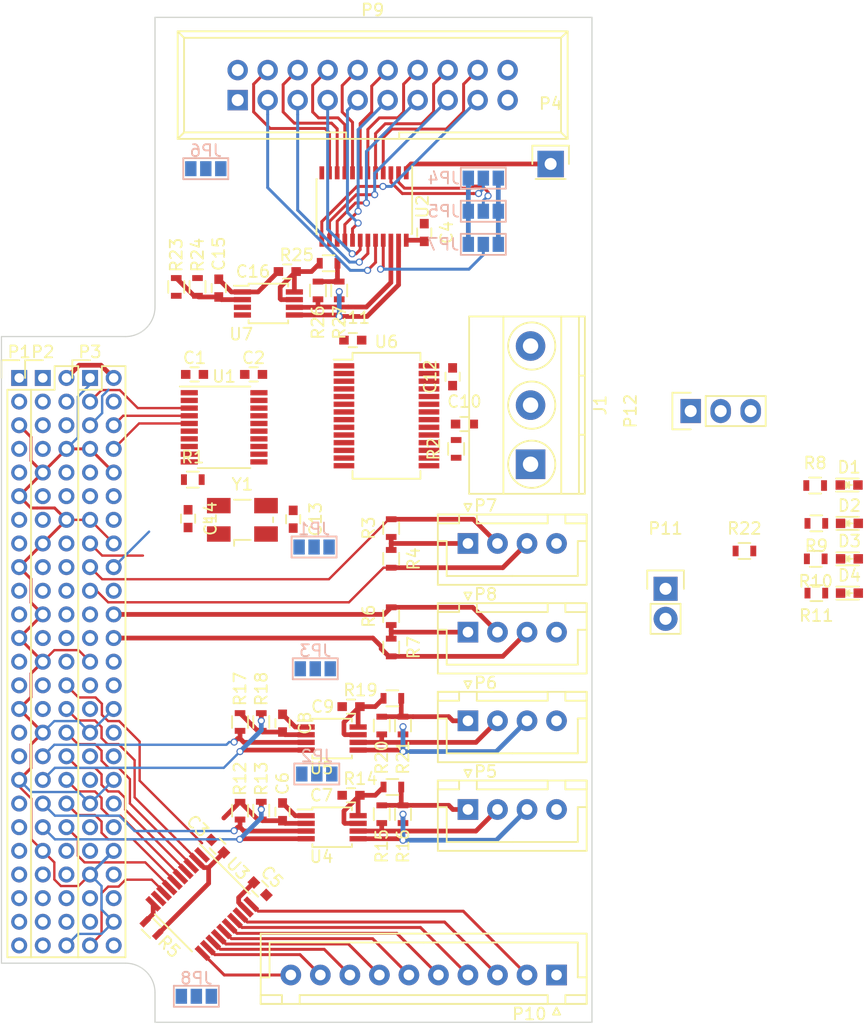
<source format=kicad_pcb>
(kicad_pcb (version 4) (host pcbnew 4.0.4-stable)
  (layers (0 F.Cu signal) (31 B.Cu signal) (34 B.Paste user) (35 F.Paste user) (36 B.SilkS user) (37 F.SilkS user) (38 B.Mask user) (39 F.Mask user) (44 Edge.Cuts user))
  (net 0 "")
  (net 1 GND)
  (net 2 +1V8)
  (net 3 /SPI-CAN/VDD)
  (net 4 /logic_conv_3/VH)
  (net 5 "Net-(C5-Pad1)")
  (net 6 +5V)
  (net 7 "Net-(C9-Pad2)")
  (net 8 +12V)
  (net 9 "Net-(D1-Pad1)")
  (net 10 "Net-(D2-Pad1)")
  (net 11 +3V3)
  (net 12 "Net-(D3-Pad1)")
  (net 13 "Net-(D4-Pad1)")
  (net 14 "Net-(J1-Pad1)")
  (net 15 "Net-(J1-Pad2)")
  (net 16 /logic_conv_1/VH)
  (net 17 /logic_conv_2/VH)
  (net 18 "Net-(JP4-Pad2)")
  (net 19 "Net-(JP5-Pad2)")
  (net 20 "Net-(JP7-Pad2)")
  (net 21 GPIO_PU0)
  (net 22 GPIO_PU1)
  (net 23 GPIO_PU2)
  (net 24 GPIO_PU3)
  (net 25 GPIO_PU4)
  (net 26 GPIO_PU5)
  (net 27 GPIO_PU6)
  (net 28 CAM_I2C_SDA)
  (net 29 CAM_I2C_SCL)
  (net 30 PWR_I2C_SCL)
  (net 31 PWR_I2C_SDA)
  (net 32 GEN1_I2C_SCL)
  (net 33 GEN1_I2C_SDA)
  (net 34 TS_SPI_MOSI)
  (net 35 TS_SPI_MISO)
  (net 36 GPIO_PK2)
  (net 37 I2C_SCL_1V8)
  (net 38 I2C_SDA_1V8)
  (net 39 TS_SPI_SCK)
  (net 40 TS_SPI_CS_L)
  (net 41 I2C_SCL_3V3)
  (net 42 I2C_SDA_3V3)
  (net 43 GPIO_PH1)
  (net 44 "Net-(P4-Pad1)")
  (net 45 /logic_conv_1/HV1)
  (net 46 /logic_conv_1/HV2)
  (net 47 /logic_conv_2/HV1)
  (net 48 /logic_conv_2/HV2)
  (net 49 "Net-(P9-Pad3)")
  (net 50 "Net-(P9-Pad4)")
  (net 51 "Net-(P9-Pad5)")
  (net 52 "Net-(P9-Pad6)")
  (net 53 "Net-(P9-Pad7)")
  (net 54 "Net-(P9-Pad8)")
  (net 55 "Net-(P9-Pad9)")
  (net 56 "Net-(P9-Pad10)")
  (net 57 "Net-(P9-Pad11)")
  (net 58 "Net-(P9-Pad12)")
  (net 59 "Net-(P9-Pad13)")
  (net 60 "Net-(P9-Pad14)")
  (net 61 "Net-(P9-Pad15)")
  (net 62 "Net-(P9-Pad16)")
  (net 63 "Net-(P9-Pad17)")
  (net 64 "Net-(P9-Pad18)")
  (net 65 "Net-(P10-Pad2)")
  (net 66 "Net-(P10-Pad3)")
  (net 67 "Net-(P10-Pad4)")
  (net 68 "Net-(P10-Pad5)")
  (net 69 "Net-(P10-Pad6)")
  (net 70 "Net-(P10-Pad7)")
  (net 71 "Net-(P10-Pad8)")
  (net 72 "Net-(P10-Pad9)")
  (net 73 "Net-(P11-Pad1)")
  (net 74 /logic_conv_3/HV2)
  (net 75 /logic_conv_3/HV1)
  (net 76 "Net-(R1-Pad1)")
  (net 77 /SPI-CAN/~RESET)
  (net 78 /SPI-CAN/~INT)
  (net 79 /SPI-CAN/SO)
  (net 80 /SPI-CAN/SI)
  (net 81 /SPI-CAN/SCK)
  (net 82 /SPI-CAN/~CS)
  (net 83 "Net-(R5-Pad2)")
  (net 84 "Net-(C7-Pad2)")
  (net 85 "Net-(C13-Pad2)")
  (net 86 "Net-(C14-Pad2)")
  (net 87 "Net-(C16-Pad2)")
  (net 88 "Net-(U6-Pad20)")
  (net 89 "Net-(U6-Pad21)")
  (module Connect:IDC_Header_Straight_20pins (layer F.Cu) (at 70 77)
    (fp_text reference P9 (at 11.43 -7.62) (layer F.SilkS))
    (fp_text value CONN_02X10)
    (pad 1 thru_hole rect (at 0 0) (size 1.7272 1.7272) (drill 1.016) (layers *.Cu *.Mask) (net 4 /logic_conv_3/VH))
    (pad 2 thru_hole oval (at 0 -2.54) (size 1.7272 1.7272) (drill 1.016) (layers *.Cu *.Mask) (net 4 /logic_conv_3/VH))
    (pad 3 thru_hole oval (at 2.54 0) (size 1.7272 1.7272) (drill 1.016) (layers *.Cu *.Mask) (net 49 "Net-(P9-Pad3)"))
    (pad 4 thru_hole oval (at 2.54 -2.54) (size 1.7272 1.7272) (drill 1.016) (layers *.Cu *.Mask) (net 50 "Net-(P9-Pad4)"))
    (pad 5 thru_hole oval (at 5.08 0) (size 1.7272 1.7272) (drill 1.016) (layers *.Cu *.Mask) (net 51 "Net-(P9-Pad5)"))
    (pad 6 thru_hole oval (at 5.08 -2.54) (size 1.7272 1.7272) (drill 1.016) (layers *.Cu *.Mask) (net 52 "Net-(P9-Pad6)"))
    (pad 7 thru_hole oval (at 7.62 0) (size 1.7272 1.7272) (drill 1.016) (layers *.Cu *.Mask) (net 53 "Net-(P9-Pad7)"))
    (pad 8 thru_hole oval (at 7.62 -2.54) (size 1.7272 1.7272) (drill 1.016) (layers *.Cu *.Mask) (net 54 "Net-(P9-Pad8)"))
    (pad 9 thru_hole oval (at 10.16 0) (size 1.7272 1.7272) (drill 1.016) (layers *.Cu *.Mask) (net 55 "Net-(P9-Pad9)"))
    (pad 10 thru_hole oval (at 10.16 -2.54) (size 1.7272 1.7272) (drill 1.016) (layers *.Cu *.Mask) (net 56 "Net-(P9-Pad10)"))
    (pad 11 thru_hole oval (at 12.7 0) (size 1.7272 1.7272) (drill 1.016) (layers *.Cu *.Mask) (net 57 "Net-(P9-Pad11)"))
    (pad 12 thru_hole oval (at 12.7 -2.54) (size 1.7272 1.7272) (drill 1.016) (layers *.Cu *.Mask) (net 58 "Net-(P9-Pad12)"))
    (pad 13 thru_hole oval (at 15.24 0) (size 1.7272 1.7272) (drill 1.016) (layers *.Cu *.Mask) (net 59 "Net-(P9-Pad13)"))
    (pad 14 thru_hole oval (at 15.24 -2.54) (size 1.7272 1.7272) (drill 1.016) (layers *.Cu *.Mask) (net 60 "Net-(P9-Pad14)"))
    (pad 15 thru_hole oval (at 17.78 0) (size 1.7272 1.7272) (drill 1.016) (layers *.Cu *.Mask) (net 61 "Net-(P9-Pad15)"))
    (pad 16 thru_hole oval (at 17.78 -2.54) (size 1.7272 1.7272) (drill 1.016) (layers *.Cu *.Mask) (net 62 "Net-(P9-Pad16)"))
    (pad 17 thru_hole oval (at 20.32 0) (size 1.7272 1.7272) (drill 1.016) (layers *.Cu *.Mask) (net 63 "Net-(P9-Pad17)"))
    (pad 18 thru_hole oval (at 20.32 -2.54) (size 1.7272 1.7272) (drill 1.016) (layers *.Cu *.Mask) (net 64 "Net-(P9-Pad18)"))
    (pad 19 thru_hole oval (at 22.86 0) (size 1.7272 1.7272) (drill 1.016) (layers *.Cu *.Mask) (net 1 GND))
    (pad 20 thru_hole oval (at 22.86 -2.54) (size 1.7272 1.7272) (drill 1.016) (layers *.Cu *.Mask) (net 1 GND))
  )
  (module Housings_SSOP:TSSOP-20_4.4x6.5mm_Pitch0.65mm (layer F.Cu) (at 67 145 315)
    (fp_text reference U3 (at 0 -4.242641 315) (layer F.SilkS))
    (fp_text value TXB0108PW)
    (pad 1 smd rect (at -2.95 -2.925 315) (size 1.45 0.45) (layers F.Cu F.Paste F.Mask) (net 21 GPIO_PU0))
    (pad 2 smd rect (at -2.95 -2.275 315) (size 1.45 0.45) (layers F.Cu F.Paste F.Mask) (net 2 +1V8))
    (pad 3 smd rect (at -2.95 -1.625 315) (size 1.45 0.45) (layers F.Cu F.Paste F.Mask) (net 22 GPIO_PU1))
    (pad 4 smd rect (at -2.95 -0.975 315) (size 1.45 0.45) (layers F.Cu F.Paste F.Mask) (net 23 GPIO_PU2))
    (pad 5 smd rect (at -2.95 -0.325 315) (size 1.45 0.45) (layers F.Cu F.Paste F.Mask) (net 24 GPIO_PU3))
    (pad 6 smd rect (at -2.95 0.325 315) (size 1.45 0.45) (layers F.Cu F.Paste F.Mask) (net 25 GPIO_PU4))
    (pad 7 smd rect (at -2.95 0.975 315) (size 1.45 0.45) (layers F.Cu F.Paste F.Mask) (net 26 GPIO_PU5))
    (pad 8 smd rect (at -2.95 1.625 315) (size 1.45 0.45) (layers F.Cu F.Paste F.Mask) (net 27 GPIO_PU6))
    (pad 9 smd rect (at -2.95 2.275 315) (size 1.45 0.45) (layers F.Cu F.Paste F.Mask) (net 43 GPIO_PH1))
    (pad 10 smd rect (at -2.95 2.925 315) (size 1.45 0.45) (layers F.Cu F.Paste F.Mask) (net 83 "Net-(R5-Pad2)"))
    (pad 11 smd rect (at 2.95 2.925 315) (size 1.45 0.45) (layers F.Cu F.Paste F.Mask) (net 1 GND))
    (pad 12 smd rect (at 2.95 2.275 315) (size 1.45 0.45) (layers F.Cu F.Paste F.Mask) (net 72 "Net-(P10-Pad9)"))
    (pad 13 smd rect (at 2.95 1.625 315) (size 1.45 0.45) (layers F.Cu F.Paste F.Mask) (net 71 "Net-(P10-Pad8)"))
    (pad 14 smd rect (at 2.95 0.975 315) (size 1.45 0.45) (layers F.Cu F.Paste F.Mask) (net 70 "Net-(P10-Pad7)"))
    (pad 15 smd rect (at 2.95 0.325 315) (size 1.45 0.45) (layers F.Cu F.Paste F.Mask) (net 69 "Net-(P10-Pad6)"))
    (pad 16 smd rect (at 2.95 -0.325 315) (size 1.45 0.45) (layers F.Cu F.Paste F.Mask) (net 68 "Net-(P10-Pad5)"))
    (pad 17 smd rect (at 2.95 -0.975 315) (size 1.45 0.45) (layers F.Cu F.Paste F.Mask) (net 67 "Net-(P10-Pad4)"))
    (pad 18 smd rect (at 2.95 -1.625 315) (size 1.45 0.45) (layers F.Cu F.Paste F.Mask) (net 66 "Net-(P10-Pad3)"))
    (pad 19 smd rect (at 2.95 -2.275 315) (size 1.45 0.45) (layers F.Cu F.Paste F.Mask) (net 5 "Net-(C5-Pad1)"))
    (pad 20 smd rect (at 2.95 -2.925 315) (size 1.45 0.45) (layers F.Cu F.Paste F.Mask) (net 65 "Net-(P10-Pad2)"))
  )
  (module Capacitors_SMD:C_0603 (layer F.Cu) (at 66.35 100.2)
    (fp_text reference C1 (at 0 -1.4) (layer F.SilkS))
    (fp_text value 0.1u)
    (pad 1 smd rect (at -0.75 0) (size 0.8 0.75) (layers F.Cu F.Paste F.Mask) (net 1 GND))
    (pad 2 smd rect (at 0.75 0) (size 0.8 0.75) (layers F.Cu F.Paste F.Mask) (net 2 +1V8))
  )
  (module Capacitors_SMD:C_0603 (layer F.Cu) (at 71.35 100.2)
    (fp_text reference C2 (at 0 -1.4) (layer F.SilkS))
    (fp_text value 0.1u)
    (pad 1 smd rect (at -0.75 0) (size 0.8 0.75) (layers F.Cu F.Paste F.Mask) (net 3 /SPI-CAN/VDD))
    (pad 2 smd rect (at 0.75 0) (size 0.8 0.75) (layers F.Cu F.Paste F.Mask) (net 1 GND))
  )
  (module Capacitors_SMD:C_0603 (layer F.Cu) (at 68.3 140.1 315)
    (fp_text reference C3 (at -2.404163 0 315) (layer F.SilkS))
    (fp_text value 0.1u)
    (pad 1 smd rect (at -0.75 0 315) (size 0.8 0.75) (layers F.Cu F.Paste F.Mask) (net 1 GND))
    (pad 2 smd rect (at 0.75 0 315) (size 0.8 0.75) (layers F.Cu F.Paste F.Mask) (net 2 +1V8))
  )
  (module Capacitors_SMD:C_0603 (layer F.Cu) (at 85.8 88.2 270)
    (fp_text reference C4 (at 0 -1.9 270) (layer F.SilkS))
    (fp_text value C)
    (pad 1 smd rect (at -0.75 0 270) (size 0.8 0.75) (layers F.Cu F.Paste F.Mask) (net 1 GND))
    (pad 2 smd rect (at 0.75 0 270) (size 0.8 0.75) (layers F.Cu F.Paste F.Mask) (net 4 /logic_conv_3/VH))
  )
  (module Capacitors_SMD:C_0603 (layer F.Cu) (at 71.9 143.7 315)
    (fp_text reference C5 (at 0 -1.414214 315) (layer F.SilkS))
    (fp_text value 0.1u)
    (pad 1 smd rect (at -0.75 0 315) (size 0.8 0.75) (layers F.Cu F.Paste F.Mask) (net 5 "Net-(C5-Pad1)"))
    (pad 2 smd rect (at 0.75 0 315) (size 0.8 0.75) (layers F.Cu F.Paste F.Mask) (net 1 GND))
  )
  (module Capacitors_SMD:C_0603 (layer F.Cu) (at 89.2 104.4)
    (fp_text reference C10 (at 0 -1.9) (layer F.SilkS))
    (fp_text value 0.1u)
    (pad 1 smd rect (at -0.75 0) (size 0.8 0.75) (layers F.Cu F.Paste F.Mask) (net 3 /SPI-CAN/VDD))
    (pad 2 smd rect (at 0.75 0) (size 0.8 0.75) (layers F.Cu F.Paste F.Mask) (net 1 GND))
  )
  (module Capacitors_SMD:C_0603 (layer F.Cu) (at 79.75 97.3)
    (fp_text reference C11 (at 0 -1.9) (layer F.SilkS))
    (fp_text value 0.1u)
    (pad 1 smd rect (at -0.75 0) (size 0.8 0.75) (layers F.Cu F.Paste F.Mask) (net 3 /SPI-CAN/VDD))
    (pad 2 smd rect (at 0.75 0) (size 0.8 0.75) (layers F.Cu F.Paste F.Mask) (net 1 GND))
  )
  (module Capacitors_SMD:C_0603 (layer F.Cu) (at 88.2 100.4 90)
    (fp_text reference C12 (at 0 -1.9 90) (layer F.SilkS))
    (fp_text value 0.1u)
    (pad 1 smd rect (at -0.75 0 90) (size 0.8 0.75) (layers F.Cu F.Paste F.Mask) (net 1 GND))
    (pad 2 smd rect (at 0.75 0 90) (size 0.8 0.75) (layers F.Cu F.Paste F.Mask) (net 6 +5V))
  )
  (module Capacitors_SMD:C_0603 (layer F.Cu) (at 74.7 112.45 270)
    (fp_text reference C13 (at 0 -1.9 270) (layer F.SilkS))
    (fp_text value 22p)
    (pad 1 smd rect (at -0.75 0 270) (size 0.8 0.75) (layers F.Cu F.Paste F.Mask) (net 1 GND))
    (pad 2 smd rect (at 0.75 0 270) (size 0.8 0.75) (layers F.Cu F.Paste F.Mask) (net 85 "Net-(C13-Pad2)"))
  )
  (module Capacitors_SMD:C_0603 (layer F.Cu) (at 65.8 112.4 270)
    (fp_text reference C14 (at 0 -1.9 270) (layer F.SilkS))
    (fp_text value 22p)
    (pad 1 smd rect (at -0.75 0 270) (size 0.8 0.75) (layers F.Cu F.Paste F.Mask) (net 1 GND))
    (pad 2 smd rect (at 0.75 0 270) (size 0.8 0.75) (layers F.Cu F.Paste F.Mask) (net 86 "Net-(C14-Pad2)"))
  )
  (module LEDs:LED_0603 (layer F.Cu) (at 121.775001 109.555)
    (fp_text reference D1 (at 0 -1.5) (layer F.SilkS))
    (fp_text value LED)
    (pad 2 smd rect (at 0.7493 0 180) (size 0.79756 0.79756) (layers F.Cu F.Paste F.Mask) (net 8 +12V))
    (pad 1 smd rect (at -0.7493 0 180) (size 0.79756 0.79756) (layers F.Cu F.Paste F.Mask) (net 9 "Net-(D1-Pad1)"))
  )
  (module LEDs:LED_0603 (layer F.Cu) (at 121.8 112.8)
    (fp_text reference D2 (at 0 -1.5) (layer F.SilkS))
    (fp_text value LED)
    (pad 2 smd rect (at 0.7493 0 180) (size 0.79756 0.79756) (layers F.Cu F.Paste F.Mask) (net 6 +5V))
    (pad 1 smd rect (at -0.7493 0 180) (size 0.79756 0.79756) (layers F.Cu F.Paste F.Mask) (net 10 "Net-(D2-Pad1)"))
  )
  (module LEDs:LED_0603 (layer F.Cu) (at 121.8 115.8)
    (fp_text reference D3 (at 0 -1.5) (layer F.SilkS))
    (fp_text value LED)
    (pad 2 smd rect (at 0.7493 0 180) (size 0.79756 0.79756) (layers F.Cu F.Paste F.Mask) (net 11 +3V3))
    (pad 1 smd rect (at -0.7493 0 180) (size 0.79756 0.79756) (layers F.Cu F.Paste F.Mask) (net 12 "Net-(D3-Pad1)"))
  )
  (module LEDs:LED_0603 (layer F.Cu) (at 121.8 118.7)
    (fp_text reference D4 (at 0 -1.5) (layer F.SilkS))
    (fp_text value LED)
    (pad 2 smd rect (at 0.7493 0 180) (size 0.79756 0.79756) (layers F.Cu F.Paste F.Mask) (net 2 +1V8))
    (pad 1 smd rect (at -0.7493 0 180) (size 0.79756 0.79756) (layers F.Cu F.Paste F.Mask) (net 13 "Net-(D4-Pad1)"))
  )
  (module Terminal_Blocks:TerminalBlock_Pheonix_MKDS1.5-3pol (layer F.Cu) (at 94.8 107.8 90)
    (fp_text reference J1 (at 5 5.9 90) (layer F.SilkS))
    (fp_text value Screw_Terminal_1x03)
    (pad 3 thru_hole circle (at 10 0 90) (size 2.5 2.5) (drill 1.3) (layers *.Cu *.Mask) (net 1 GND))
    (pad 1 thru_hole rect (at 0 0 90) (size 2.5 2.5) (drill 1.3) (layers *.Cu *.Mask) (net 14 "Net-(J1-Pad1)"))
    (pad 2 thru_hole circle (at 5 0 90) (size 2.5 2.5) (drill 1.3) (layers *.Cu *.Mask) (net 15 "Net-(J1-Pad2)"))
  )
  (module Connect:GS3 (layer B.Cu) (at 76.47 114.8 90)
    (fp_text reference JP1 (at 1.524 0 360) (layer B.SilkS) (effects (justify mirror)))
    (fp_text value Jumper_NC_Dual)
    (pad 1 smd rect (at 0 1.27 90) (size 1.27 0.9652) (layers B.Cu B.Paste B.Mask) (net 11 +3V3))
    (pad 2 smd rect (at 0 0 90) (size 1.27 0.9652) (layers B.Cu B.Paste B.Mask) (net 3 /SPI-CAN/VDD))
    (pad 3 smd rect (at 0 -1.27 90) (size 1.27 0.9652) (layers B.Cu B.Paste B.Mask) (net 6 +5V))
  )
  (module Connect:GS3 (layer B.Cu) (at 76.7 134 90)
    (fp_text reference JP2 (at 1.524 0 360) (layer B.SilkS) (effects (justify mirror)))
    (fp_text value Jumper_NC_Dual)
    (pad 1 smd rect (at 0 1.27 90) (size 1.27 0.9652) (layers B.Cu B.Paste B.Mask) (net 11 +3V3))
    (pad 2 smd rect (at 0 0 90) (size 1.27 0.9652) (layers B.Cu B.Paste B.Mask) (net 16 /logic_conv_1/VH))
    (pad 3 smd rect (at 0 -1.27 90) (size 1.27 0.9652) (layers B.Cu B.Paste B.Mask) (net 6 +5V))
  )
  (module Connect:GS3 (layer B.Cu) (at 76.57 125.1 90)
    (fp_text reference JP3 (at 1.524 0 360) (layer B.SilkS) (effects (justify mirror)))
    (fp_text value Jumper_NC_Dual)
    (pad 1 smd rect (at 0 1.27 90) (size 1.27 0.9652) (layers B.Cu B.Paste B.Mask) (net 11 +3V3))
    (pad 2 smd rect (at 0 0 90) (size 1.27 0.9652) (layers B.Cu B.Paste B.Mask) (net 17 /logic_conv_2/VH))
    (pad 3 smd rect (at 0 -1.27 90) (size 1.27 0.9652) (layers B.Cu B.Paste B.Mask) (net 6 +5V))
  )
  (module Connect:GS3 (layer B.Cu) (at 90.8 83.6 90)
    (fp_text reference JP4 (at 0 -3.357142 360) (layer B.SilkS) (effects (justify mirror)))
    (fp_text value Jumper_NC_Dual)
    (pad 1 smd rect (at 0 1.27 90) (size 1.27 0.9652) (layers B.Cu B.Paste B.Mask) (net 1 GND))
    (pad 2 smd rect (at 0 0 90) (size 1.27 0.9652) (layers B.Cu B.Paste B.Mask) (net 18 "Net-(JP4-Pad2)"))
    (pad 3 smd rect (at 0 -1.27 90) (size 1.27 0.9652) (layers B.Cu B.Paste B.Mask) (net 4 /logic_conv_3/VH))
  )
  (module Connect:GS3 (layer B.Cu) (at 90.8 86.4 90)
    (fp_text reference JP5 (at 0 -3.357142 360) (layer B.SilkS) (effects (justify mirror)))
    (fp_text value Jumper_NC_Dual)
    (pad 1 smd rect (at 0 1.27 90) (size 1.27 0.9652) (layers B.Cu B.Paste B.Mask) (net 1 GND))
    (pad 2 smd rect (at 0 0 90) (size 1.27 0.9652) (layers B.Cu B.Paste B.Mask) (net 19 "Net-(JP5-Pad2)"))
    (pad 3 smd rect (at 0 -1.27 90) (size 1.27 0.9652) (layers B.Cu B.Paste B.Mask) (net 4 /logic_conv_3/VH))
  )
  (module Connect:GS3 (layer B.Cu) (at 67.3 82.8 90)
    (fp_text reference JP6 (at 1.524 0 360) (layer B.SilkS) (effects (justify mirror)))
    (fp_text value Jumper_NC_Dual)
    (pad 1 smd rect (at 0 1.27 90) (size 1.27 0.9652) (layers B.Cu B.Paste B.Mask) (net 11 +3V3))
    (pad 2 smd rect (at 0 0 90) (size 1.27 0.9652) (layers B.Cu B.Paste B.Mask) (net 4 /logic_conv_3/VH))
    (pad 3 smd rect (at 0 -1.27 90) (size 1.27 0.9652) (layers B.Cu B.Paste B.Mask) (net 6 +5V))
  )
  (module Connect:GS3 (layer B.Cu) (at 90.8 89.2 90)
    (fp_text reference JP7 (at 0 -3.4 360) (layer B.SilkS) (effects (justify mirror)))
    (fp_text value Jumper_NC_Dual)
    (pad 1 smd rect (at 0 1.27 90) (size 1.27 0.9652) (layers B.Cu B.Paste B.Mask) (net 1 GND))
    (pad 2 smd rect (at 0 0 90) (size 1.27 0.9652) (layers B.Cu B.Paste B.Mask) (net 20 "Net-(JP7-Pad2)"))
    (pad 3 smd rect (at 0 -1.27 90) (size 1.27 0.9652) (layers B.Cu B.Paste B.Mask) (net 4 /logic_conv_3/VH))
  )
  (module Connect:GS3 (layer B.Cu) (at 66.5 152.8 90)
    (fp_text reference JP8 (at 1.524 0 360) (layer B.SilkS) (effects (justify mirror)))
    (fp_text value Jumper_NC_Dual)
    (pad 1 smd rect (at 0 1.27 90) (size 1.27 0.9652) (layers B.Cu B.Paste B.Mask) (net 11 +3V3))
    (pad 2 smd rect (at 0 0 90) (size 1.27 0.9652) (layers B.Cu B.Paste B.Mask) (net 5 "Net-(C5-Pad1)"))
    (pad 3 smd rect (at 0 -1.27 90) (size 1.27 0.9652) (layers B.Cu B.Paste B.Mask) (net 6 +5V))
  )
  (module Pin_Headers:Pin_Header_Straight_1x25_Pitch2.00mm (layer F.Cu) (at 51.5 100.5)
    (fp_text reference P1 (at 0 -2.2) (layer F.SilkS))
    (fp_text value CONN_01X25)
    (pad 1 thru_hole rect (at 0 0) (size 1.35 1.35) (drill 0.8) (layers *.Cu *.Mask))
    (pad 2 thru_hole circle (at 0 2) (size 1.35 1.35) (drill 0.8) (layers *.Cu *.Mask))
    (pad 3 thru_hole circle (at 0 4) (size 1.35 1.35) (drill 0.8) (layers *.Cu *.Mask) (net 1 GND))
    (pad 4 thru_hole circle (at 0 6) (size 1.35 1.35) (drill 0.8) (layers *.Cu *.Mask))
    (pad 5 thru_hole circle (at 0 8) (size 1.35 1.35) (drill 0.8) (layers *.Cu *.Mask))
    (pad 6 thru_hole circle (at 0 10) (size 1.35 1.35) (drill 0.8) (layers *.Cu *.Mask) (net 1 GND))
    (pad 7 thru_hole circle (at 0 12) (size 1.35 1.35) (drill 0.8) (layers *.Cu *.Mask))
    (pad 8 thru_hole circle (at 0 14) (size 1.35 1.35) (drill 0.8) (layers *.Cu *.Mask))
    (pad 9 thru_hole circle (at 0 16) (size 1.35 1.35) (drill 0.8) (layers *.Cu *.Mask) (net 1 GND))
    (pad 10 thru_hole circle (at 0 18) (size 1.35 1.35) (drill 0.8) (layers *.Cu *.Mask))
    (pad 11 thru_hole circle (at 0 20) (size 1.35 1.35) (drill 0.8) (layers *.Cu *.Mask))
    (pad 12 thru_hole circle (at 0 22) (size 1.35 1.35) (drill 0.8) (layers *.Cu *.Mask) (net 1 GND))
    (pad 13 thru_hole circle (at 0 24) (size 1.35 1.35) (drill 0.8) (layers *.Cu *.Mask))
    (pad 14 thru_hole circle (at 0 26) (size 1.35 1.35) (drill 0.8) (layers *.Cu *.Mask))
    (pad 15 thru_hole circle (at 0 28) (size 1.35 1.35) (drill 0.8) (layers *.Cu *.Mask) (net 1 GND))
    (pad 16 thru_hole circle (at 0 30) (size 1.35 1.35) (drill 0.8) (layers *.Cu *.Mask))
    (pad 17 thru_hole circle (at 0 32) (size 1.35 1.35) (drill 0.8) (layers *.Cu *.Mask))
    (pad 18 thru_hole circle (at 0 34) (size 1.35 1.35) (drill 0.8) (layers *.Cu *.Mask) (net 1 GND))
    (pad 19 thru_hole circle (at 0 36) (size 1.35 1.35) (drill 0.8) (layers *.Cu *.Mask))
    (pad 20 thru_hole circle (at 0 38) (size 1.35 1.35) (drill 0.8) (layers *.Cu *.Mask))
    (pad 21 thru_hole circle (at 0 40) (size 1.35 1.35) (drill 0.8) (layers *.Cu *.Mask))
    (pad 22 thru_hole circle (at 0 42) (size 1.35 1.35) (drill 0.8) (layers *.Cu *.Mask))
    (pad 23 thru_hole circle (at 0 44) (size 1.35 1.35) (drill 0.8) (layers *.Cu *.Mask))
    (pad 24 thru_hole circle (at 0 46) (size 1.35 1.35) (drill 0.8) (layers *.Cu *.Mask))
    (pad 25 thru_hole circle (at 0 48) (size 1.35 1.35) (drill 0.8) (layers *.Cu *.Mask))
  )
  (module Pin_Headers:Pin_Header_Straight_2x25_Pitch2.00mm (layer F.Cu) (at 53.5 100.5)
    (fp_text reference P2 (at 0 -2.2) (layer F.SilkS))
    (fp_text value CONN_02X25)
    (pad 1 thru_hole rect (at 0 0) (size 1.35 1.35) (drill 0.8) (layers *.Cu *.Mask))
    (pad 3 thru_hole circle (at 0 2) (size 1.35 1.35) (drill 0.8) (layers *.Cu *.Mask))
    (pad 5 thru_hole circle (at 0 4) (size 1.35 1.35) (drill 0.8) (layers *.Cu *.Mask) (net 28 CAM_I2C_SDA))
    (pad 7 thru_hole circle (at 0 6) (size 1.35 1.35) (drill 0.8) (layers *.Cu *.Mask) (net 29 CAM_I2C_SCL))
    (pad 9 thru_hole circle (at 0 8) (size 1.35 1.35) (drill 0.8) (layers *.Cu *.Mask) (net 1 GND))
    (pad 11 thru_hole circle (at 0 10) (size 1.35 1.35) (drill 0.8) (layers *.Cu *.Mask))
    (pad 13 thru_hole circle (at 0 12) (size 1.35 1.35) (drill 0.8) (layers *.Cu *.Mask))
    (pad 15 thru_hole circle (at 0 14) (size 1.35 1.35) (drill 0.8) (layers *.Cu *.Mask) (net 1 GND))
    (pad 17 thru_hole circle (at 0 16) (size 1.35 1.35) (drill 0.8) (layers *.Cu *.Mask))
    (pad 19 thru_hole circle (at 0 18) (size 1.35 1.35) (drill 0.8) (layers *.Cu *.Mask))
    (pad 21 thru_hole circle (at 0 20) (size 1.35 1.35) (drill 0.8) (layers *.Cu *.Mask) (net 1 GND))
    (pad 23 thru_hole circle (at 0 22) (size 1.35 1.35) (drill 0.8) (layers *.Cu *.Mask))
    (pad 25 thru_hole circle (at 0 24) (size 1.35 1.35) (drill 0.8) (layers *.Cu *.Mask) (net 1 GND))
    (pad 27 thru_hole circle (at 0 26) (size 1.35 1.35) (drill 0.8) (layers *.Cu *.Mask))
    (pad 29 thru_hole circle (at 0 28) (size 1.35 1.35) (drill 0.8) (layers *.Cu *.Mask))
    (pad 31 thru_hole circle (at 0 30) (size 1.35 1.35) (drill 0.8) (layers *.Cu *.Mask) (net 1 GND))
    (pad 33 thru_hole circle (at 0 32) (size 1.35 1.35) (drill 0.8) (layers *.Cu *.Mask) (net 30 PWR_I2C_SCL))
    (pad 35 thru_hole circle (at 0 34) (size 1.35 1.35) (drill 0.8) (layers *.Cu *.Mask) (net 31 PWR_I2C_SDA))
    (pad 37 thru_hole circle (at 0 36) (size 1.35 1.35) (drill 0.8) (layers *.Cu *.Mask) (net 32 GEN1_I2C_SCL))
    (pad 39 thru_hole circle (at 0 38) (size 1.35 1.35) (drill 0.8) (layers *.Cu *.Mask) (net 33 GEN1_I2C_SDA))
    (pad 41 thru_hole circle (at 0 40) (size 1.35 1.35) (drill 0.8) (layers *.Cu *.Mask) (net 1 GND))
    (pad 43 thru_hole circle (at 0 42) (size 1.35 1.35) (drill 0.8) (layers *.Cu *.Mask))
    (pad 45 thru_hole circle (at 0 44) (size 1.35 1.35) (drill 0.8) (layers *.Cu *.Mask))
    (pad 47 thru_hole circle (at 0 46) (size 1.35 1.35) (drill 0.8) (layers *.Cu *.Mask))
    (pad 49 thru_hole circle (at 0 48) (size 1.35 1.35) (drill 0.8) (layers *.Cu *.Mask))
    (pad 2 thru_hole circle (at 2 0) (size 1.35 1.35) (drill 0.8) (layers *.Cu *.Mask) (net 6 +5V))
    (pad 4 thru_hole circle (at 2 2) (size 1.35 1.35) (drill 0.8) (layers *.Cu *.Mask))
    (pad 6 thru_hole circle (at 2 4) (size 1.35 1.35) (drill 0.8) (layers *.Cu *.Mask))
    (pad 8 thru_hole circle (at 2 6) (size 1.35 1.35) (drill 0.8) (layers *.Cu *.Mask) (net 1 GND))
    (pad 10 thru_hole circle (at 2 8) (size 1.35 1.35) (drill 0.8) (layers *.Cu *.Mask))
    (pad 12 thru_hole circle (at 2 10) (size 1.35 1.35) (drill 0.8) (layers *.Cu *.Mask))
    (pad 14 thru_hole circle (at 2 12) (size 1.35 1.35) (drill 0.8) (layers *.Cu *.Mask) (net 1 GND))
    (pad 16 thru_hole circle (at 2 14) (size 1.35 1.35) (drill 0.8) (layers *.Cu *.Mask))
    (pad 18 thru_hole circle (at 2 16) (size 1.35 1.35) (drill 0.8) (layers *.Cu *.Mask))
    (pad 20 thru_hole circle (at 2 18) (size 1.35 1.35) (drill 0.8) (layers *.Cu *.Mask))
    (pad 22 thru_hole circle (at 2 20) (size 1.35 1.35) (drill 0.8) (layers *.Cu *.Mask))
    (pad 24 thru_hole circle (at 2 22) (size 1.35 1.35) (drill 0.8) (layers *.Cu *.Mask))
    (pad 26 thru_hole circle (at 2 24) (size 1.35 1.35) (drill 0.8) (layers *.Cu *.Mask))
    (pad 28 thru_hole circle (at 2 26) (size 1.35 1.35) (drill 0.8) (layers *.Cu *.Mask) (net 21 GPIO_PU0))
    (pad 30 thru_hole circle (at 2 28) (size 1.35 1.35) (drill 0.8) (layers *.Cu *.Mask) (net 22 GPIO_PU1))
    (pad 32 thru_hole circle (at 2 30) (size 1.35 1.35) (drill 0.8) (layers *.Cu *.Mask) (net 23 GPIO_PU2))
    (pad 34 thru_hole circle (at 2 32) (size 1.35 1.35) (drill 0.8) (layers *.Cu *.Mask) (net 24 GPIO_PU3))
    (pad 36 thru_hole circle (at 2 34) (size 1.35 1.35) (drill 0.8) (layers *.Cu *.Mask) (net 25 GPIO_PU4))
    (pad 38 thru_hole circle (at 2 36) (size 1.35 1.35) (drill 0.8) (layers *.Cu *.Mask) (net 26 GPIO_PU5))
    (pad 40 thru_hole circle (at 2 38) (size 1.35 1.35) (drill 0.8) (layers *.Cu *.Mask) (net 27 GPIO_PU6))
    (pad 42 thru_hole circle (at 2 40) (size 1.35 1.35) (drill 0.8) (layers *.Cu *.Mask))
    (pad 44 thru_hole circle (at 2 42) (size 1.35 1.35) (drill 0.8) (layers *.Cu *.Mask))
    (pad 46 thru_hole circle (at 2 44) (size 1.35 1.35) (drill 0.8) (layers *.Cu *.Mask))
    (pad 48 thru_hole circle (at 2 46) (size 1.35 1.35) (drill 0.8) (layers *.Cu *.Mask))
    (pad 50 thru_hole circle (at 2 48) (size 1.35 1.35) (drill 0.8) (layers *.Cu *.Mask) (net 1 GND))
  )
  (module Pin_Headers:Pin_Header_Straight_2x25_Pitch2.00mm (layer F.Cu) (at 57.5 100.5)
    (fp_text reference P3 (at 0 -2.2) (layer F.SilkS))
    (fp_text value CONN_02X25)
    (pad 1 thru_hole rect (at 0 0) (size 1.35 1.35) (drill 0.8) (layers *.Cu *.Mask) (net 1 GND))
    (pad 3 thru_hole circle (at 0 2) (size 1.35 1.35) (drill 0.8) (layers *.Cu *.Mask) (net 39 TS_SPI_SCK))
    (pad 5 thru_hole circle (at 0 4) (size 1.35 1.35) (drill 0.8) (layers *.Cu *.Mask) (net 40 TS_SPI_CS_L))
    (pad 7 thru_hole circle (at 0 6) (size 1.35 1.35) (drill 0.8) (layers *.Cu *.Mask) (net 1 GND))
    (pad 9 thru_hole circle (at 0 8) (size 1.35 1.35) (drill 0.8) (layers *.Cu *.Mask))
    (pad 11 thru_hole circle (at 0 10) (size 1.35 1.35) (drill 0.8) (layers *.Cu *.Mask))
    (pad 13 thru_hole circle (at 0 12) (size 1.35 1.35) (drill 0.8) (layers *.Cu *.Mask) (net 1 GND))
    (pad 15 thru_hole circle (at 0 14) (size 1.35 1.35) (drill 0.8) (layers *.Cu *.Mask) (net 11 +3V3))
    (pad 17 thru_hole circle (at 0 16) (size 1.35 1.35) (drill 0.8) (layers *.Cu *.Mask) (net 41 I2C_SCL_3V3))
    (pad 19 thru_hole circle (at 0 18) (size 1.35 1.35) (drill 0.8) (layers *.Cu *.Mask) (net 42 I2C_SDA_3V3))
    (pad 21 thru_hole circle (at 0 20) (size 1.35 1.35) (drill 0.8) (layers *.Cu *.Mask))
    (pad 23 thru_hole circle (at 0 22) (size 1.35 1.35) (drill 0.8) (layers *.Cu *.Mask))
    (pad 25 thru_hole circle (at 0 24) (size 1.35 1.35) (drill 0.8) (layers *.Cu *.Mask) (net 1 GND))
    (pad 27 thru_hole circle (at 0 26) (size 1.35 1.35) (drill 0.8) (layers *.Cu *.Mask))
    (pad 29 thru_hole circle (at 0 28) (size 1.35 1.35) (drill 0.8) (layers *.Cu *.Mask))
    (pad 31 thru_hole circle (at 0 30) (size 1.35 1.35) (drill 0.8) (layers *.Cu *.Mask) (net 1 GND))
    (pad 33 thru_hole circle (at 0 32) (size 1.35 1.35) (drill 0.8) (layers *.Cu *.Mask))
    (pad 35 thru_hole circle (at 0 34) (size 1.35 1.35) (drill 0.8) (layers *.Cu *.Mask))
    (pad 37 thru_hole circle (at 0 36) (size 1.35 1.35) (drill 0.8) (layers *.Cu *.Mask) (net 1 GND))
    (pad 39 thru_hole circle (at 0 38) (size 1.35 1.35) (drill 0.8) (layers *.Cu *.Mask))
    (pad 41 thru_hole circle (at 0 40) (size 1.35 1.35) (drill 0.8) (layers *.Cu *.Mask))
    (pad 43 thru_hole circle (at 0 42) (size 1.35 1.35) (drill 0.8) (layers *.Cu *.Mask) (net 1 GND))
    (pad 45 thru_hole circle (at 0 44) (size 1.35 1.35) (drill 0.8) (layers *.Cu *.Mask))
    (pad 47 thru_hole circle (at 0 46) (size 1.35 1.35) (drill 0.8) (layers *.Cu *.Mask))
    (pad 49 thru_hole circle (at 0 48) (size 1.35 1.35) (drill 0.8) (layers *.Cu *.Mask) (net 43 GPIO_PH1))
    (pad 2 thru_hole circle (at 2 0) (size 1.35 1.35) (drill 0.8) (layers *.Cu *.Mask) (net 6 +5V))
    (pad 4 thru_hole circle (at 2 2) (size 1.35 1.35) (drill 0.8) (layers *.Cu *.Mask) (net 2 +1V8))
    (pad 6 thru_hole circle (at 2 4) (size 1.35 1.35) (drill 0.8) (layers *.Cu *.Mask) (net 34 TS_SPI_MOSI))
    (pad 8 thru_hole circle (at 2 6) (size 1.35 1.35) (drill 0.8) (layers *.Cu *.Mask) (net 35 TS_SPI_MISO))
    (pad 10 thru_hole circle (at 2 8) (size 1.35 1.35) (drill 0.8) (layers *.Cu *.Mask) (net 1 GND))
    (pad 12 thru_hole circle (at 2 10) (size 1.35 1.35) (drill 0.8) (layers *.Cu *.Mask))
    (pad 14 thru_hole circle (at 2 12) (size 1.35 1.35) (drill 0.8) (layers *.Cu *.Mask))
    (pad 16 thru_hole circle (at 2 14) (size 1.35 1.35) (drill 0.8) (layers *.Cu *.Mask) (net 1 GND))
    (pad 18 thru_hole circle (at 2 16) (size 1.35 1.35) (drill 0.8) (layers *.Cu *.Mask) (net 36 GPIO_PK2))
    (pad 20 thru_hole circle (at 2 18) (size 1.35 1.35) (drill 0.8) (layers *.Cu *.Mask) (net 2 +1V8))
    (pad 22 thru_hole circle (at 2 20) (size 1.35 1.35) (drill 0.8) (layers *.Cu *.Mask) (net 37 I2C_SCL_1V8))
    (pad 24 thru_hole circle (at 2 22) (size 1.35 1.35) (drill 0.8) (layers *.Cu *.Mask) (net 38 I2C_SDA_1V8))
    (pad 26 thru_hole circle (at 2 24) (size 1.35 1.35) (drill 0.8) (layers *.Cu *.Mask) (net 8 +12V))
    (pad 28 thru_hole circle (at 2 26) (size 1.35 1.35) (drill 0.8) (layers *.Cu *.Mask))
    (pad 30 thru_hole circle (at 2 28) (size 1.35 1.35) (drill 0.8) (layers *.Cu *.Mask) (net 1 GND))
    (pad 32 thru_hole circle (at 2 30) (size 1.35 1.35) (drill 0.8) (layers *.Cu *.Mask))
    (pad 34 thru_hole circle (at 2 32) (size 1.35 1.35) (drill 0.8) (layers *.Cu *.Mask))
    (pad 36 thru_hole circle (at 2 34) (size 1.35 1.35) (drill 0.8) (layers *.Cu *.Mask) (net 1 GND))
    (pad 38 thru_hole circle (at 2 36) (size 1.35 1.35) (drill 0.8) (layers *.Cu *.Mask))
    (pad 40 thru_hole circle (at 2 38) (size 1.35 1.35) (drill 0.8) (layers *.Cu *.Mask))
    (pad 42 thru_hole circle (at 2 40) (size 1.35 1.35) (drill 0.8) (layers *.Cu *.Mask) (net 1 GND))
    (pad 44 thru_hole circle (at 2 42) (size 1.35 1.35) (drill 0.8) (layers *.Cu *.Mask))
    (pad 46 thru_hole circle (at 2 44) (size 1.35 1.35) (drill 0.8) (layers *.Cu *.Mask))
    (pad 48 thru_hole circle (at 2 46) (size 1.35 1.35) (drill 0.8) (layers *.Cu *.Mask) (net 1 GND))
    (pad 50 thru_hole circle (at 2 48) (size 1.35 1.35) (drill 0.8) (layers *.Cu *.Mask))
  )
  (module Pin_Headers:Pin_Header_Straight_1x01 (layer F.Cu) (at 96.5 82.4)
    (fp_text reference P4 (at 0 -5.1) (layer F.SilkS))
    (fp_text value CONN_01X01)
    (pad 1 thru_hole rect (at 0 0) (size 2.2352 2.2352) (drill 1.016) (layers *.Cu *.Mask) (net 44 "Net-(P4-Pad1)"))
  )
  (module Pin_Headers:Pin_Header_Straight_1x02 (layer F.Cu) (at 106.233333 118.335)
    (fp_text reference P11 (at 0 -5.1) (layer F.SilkS))
    (fp_text value CONN_01X02)
    (pad 1 thru_hole rect (at 0 0) (size 2.032 2.032) (drill 1.016) (layers *.Cu *.Mask) (net 73 "Net-(P11-Pad1)"))
    (pad 2 thru_hole oval (at 0 2.54) (size 2.032 2.032) (drill 1.016) (layers *.Cu *.Mask) (net 15 "Net-(J1-Pad2)"))
  )
  (module Pin_Headers:Pin_Header_Straight_1x03 (layer F.Cu) (at 108.36 103.3 90)
    (fp_text reference P12 (at 0 -5.1 90) (layer F.SilkS))
    (fp_text value CONN_01X03)
    (pad 1 thru_hole rect (at 0 0 90) (size 2.032 1.7272) (drill 1.016) (layers *.Cu *.Mask) (net 14 "Net-(J1-Pad1)"))
    (pad 2 thru_hole oval (at 0 2.54 90) (size 2.032 1.7272) (drill 1.016) (layers *.Cu *.Mask) (net 15 "Net-(J1-Pad2)"))
    (pad 3 thru_hole oval (at 0 5.08 90) (size 2.032 1.7272) (drill 1.016) (layers *.Cu *.Mask) (net 1 GND))
  )
  (module Resistors_SMD:R_0603 (layer F.Cu) (at 66.2 109.1)
    (fp_text reference R1 (at 0 -1.9) (layer F.SilkS))
    (fp_text value R)
    (pad 1 smd rect (at -0.75 0) (size 0.5 0.9) (layers F.Cu F.Paste F.Mask) (net 76 "Net-(R1-Pad1)"))
    (pad 2 smd rect (at 0.75 0) (size 0.5 0.9) (layers F.Cu F.Paste F.Mask) (net 2 +1V8))
  )
  (module Resistors_SMD:R_0603 (layer F.Cu) (at 88.5 106.5 90)
    (fp_text reference R2 (at 0 -1.9 90) (layer F.SilkS))
    (fp_text value R)
    (pad 1 smd rect (at -0.75 0 90) (size 0.5 0.9) (layers F.Cu F.Paste F.Mask) (net 77 /SPI-CAN/~RESET))
    (pad 2 smd rect (at 0.75 0 90) (size 0.5 0.9) (layers F.Cu F.Paste F.Mask) (net 3 /SPI-CAN/VDD))
  )
  (module Resistors_SMD:R_0603 (layer F.Cu) (at 83 113.2 90)
    (fp_text reference R3 (at 0 -1.9 90) (layer F.SilkS))
    (fp_text value R)
    (pad 1 smd rect (at -0.75 0 90) (size 0.5 0.9) (layers F.Cu F.Paste F.Mask) (net 11 +3V3))
    (pad 2 smd rect (at 0.75 0 90) (size 0.5 0.9) (layers F.Cu F.Paste F.Mask) (net 41 I2C_SCL_3V3))
  )
  (module Resistors_SMD:R_0603 (layer F.Cu) (at 83 115.8 270)
    (fp_text reference R4 (at 0 -1.9 270) (layer F.SilkS))
    (fp_text value R)
    (pad 1 smd rect (at -0.75 0 270) (size 0.5 0.9) (layers F.Cu F.Paste F.Mask) (net 11 +3V3))
    (pad 2 smd rect (at 0.75 0 270) (size 0.5 0.9) (layers F.Cu F.Paste F.Mask) (net 42 I2C_SDA_3V3))
  )
  (module Resistors_SMD:R_0603 (layer F.Cu) (at 62.7 147.03033 135)
    (fp_text reference R5 (at -2.170584 -0.049264 135) (layer F.SilkS))
    (fp_text value R)
    (pad 1 smd rect (at -0.75 0 135) (size 0.5 0.9) (layers F.Cu F.Paste F.Mask) (net 2 +1V8))
    (pad 2 smd rect (at 0.75 0 135) (size 0.5 0.9) (layers F.Cu F.Paste F.Mask) (net 83 "Net-(R5-Pad2)"))
  )
  (module Resistors_SMD:R_0603 (layer F.Cu) (at 83 120.65 90)
    (fp_text reference R6 (at 0 -1.9 90) (layer F.SilkS))
    (fp_text value R)
    (pad 1 smd rect (at -0.75 0 90) (size 0.5 0.9) (layers F.Cu F.Paste F.Mask) (net 2 +1V8))
    (pad 2 smd rect (at 0.75 0 90) (size 0.5 0.9) (layers F.Cu F.Paste F.Mask) (net 37 I2C_SCL_1V8))
  )
  (module Resistors_SMD:R_0603 (layer F.Cu) (at 83 123.3 270)
    (fp_text reference R7 (at 0 -1.9 270) (layer F.SilkS))
    (fp_text value R)
    (pad 1 smd rect (at -0.75 0 270) (size 0.5 0.9) (layers F.Cu F.Paste F.Mask) (net 2 +1V8))
    (pad 2 smd rect (at 0.75 0 270) (size 0.5 0.9) (layers F.Cu F.Paste F.Mask) (net 38 I2C_SDA_1V8))
  )
  (module Resistors_SMD:R_0603 (layer F.Cu) (at 118.9 109.6)
    (fp_text reference R8 (at 0 -1.9) (layer F.SilkS))
    (fp_text value R)
    (pad 1 smd rect (at -0.75 0) (size 0.5 0.9) (layers F.Cu F.Paste F.Mask) (net 9 "Net-(D1-Pad1)"))
    (pad 2 smd rect (at 0.75 0) (size 0.5 0.9) (layers F.Cu F.Paste F.Mask) (net 1 GND))
  )
  (module Resistors_SMD:R_0603 (layer F.Cu) (at 119 112.8 180)
    (fp_text reference R9 (at 0 -1.9 180) (layer F.SilkS))
    (fp_text value R)
    (pad 1 smd rect (at -0.75 0 180) (size 0.5 0.9) (layers F.Cu F.Paste F.Mask) (net 10 "Net-(D2-Pad1)"))
    (pad 2 smd rect (at 0.75 0 180) (size 0.5 0.9) (layers F.Cu F.Paste F.Mask) (net 1 GND))
  )
  (module Resistors_SMD:R_0603 (layer F.Cu) (at 118.95 115.8 180)
    (fp_text reference R10 (at 0 -1.9 180) (layer F.SilkS))
    (fp_text value R)
    (pad 1 smd rect (at -0.75 0 180) (size 0.5 0.9) (layers F.Cu F.Paste F.Mask) (net 12 "Net-(D3-Pad1)"))
    (pad 2 smd rect (at 0.75 0 180) (size 0.5 0.9) (layers F.Cu F.Paste F.Mask) (net 1 GND))
  )
  (module Resistors_SMD:R_0603 (layer F.Cu) (at 119 118.7 180)
    (fp_text reference R11 (at 0 -1.9 180) (layer F.SilkS))
    (fp_text value R)
    (pad 1 smd rect (at -0.75 0 180) (size 0.5 0.9) (layers F.Cu F.Paste F.Mask) (net 13 "Net-(D4-Pad1)"))
    (pad 2 smd rect (at 0.75 0 180) (size 0.5 0.9) (layers F.Cu F.Paste F.Mask) (net 1 GND))
  )
  (module Resistors_SMD:R_0603 (layer F.Cu) (at 70.2 137.1 270)
    (fp_text reference R12 (at -2.7 0 450) (layer F.SilkS))
    (fp_text value R)
    (pad 1 smd rect (at -0.75 0 270) (size 0.5 0.9) (layers F.Cu F.Paste F.Mask) (net 2 +1V8))
    (pad 2 smd rect (at 0.75 0 270) (size 0.5 0.9) (layers F.Cu F.Paste F.Mask) (net 32 GEN1_I2C_SCL))
  )
  (module Resistors_SMD:R_0603 (layer F.Cu) (at 72 137.1 90)
    (fp_text reference R13 (at 2.7 0 90) (layer F.SilkS))
    (fp_text value R)
    (pad 1 smd rect (at -0.75 0 90) (size 0.5 0.9) (layers F.Cu F.Paste F.Mask) (net 2 +1V8))
    (pad 2 smd rect (at 0.75 0 90) (size 0.5 0.9) (layers F.Cu F.Paste F.Mask) (net 33 GEN1_I2C_SDA))
  )
  (module Resistors_SMD:R_0603 (layer F.Cu) (at 82.2 137.4 270)
    (fp_text reference R15 (at 2.7 0 270) (layer F.SilkS))
    (fp_text value R)
    (pad 1 smd rect (at -0.75 0 270) (size 0.5 0.9) (layers F.Cu F.Paste F.Mask) (net 16 /logic_conv_1/VH))
    (pad 2 smd rect (at 0.75 0 270) (size 0.5 0.9) (layers F.Cu F.Paste F.Mask) (net 45 /logic_conv_1/HV1))
  )
  (module Resistors_SMD:R_0603 (layer F.Cu) (at 84 137.4 270)
    (fp_text reference R16 (at 2.7 0 270) (layer F.SilkS))
    (fp_text value R)
    (pad 1 smd rect (at -0.75 0 270) (size 0.5 0.9) (layers F.Cu F.Paste F.Mask) (net 16 /logic_conv_1/VH))
    (pad 2 smd rect (at 0.75 0 270) (size 0.5 0.9) (layers F.Cu F.Paste F.Mask) (net 46 /logic_conv_1/HV2))
  )
  (module Resistors_SMD:R_0603 (layer F.Cu) (at 70.2 129.6 270)
    (fp_text reference R17 (at -2.8 0 270) (layer F.SilkS))
    (fp_text value R)
    (pad 1 smd rect (at -0.75 0 270) (size 0.5 0.9) (layers F.Cu F.Paste F.Mask) (net 2 +1V8))
    (pad 2 smd rect (at 0.75 0 270) (size 0.5 0.9) (layers F.Cu F.Paste F.Mask) (net 30 PWR_I2C_SCL))
  )
  (module Resistors_SMD:R_0603 (layer F.Cu) (at 72 129.6 90)
    (fp_text reference R18 (at 2.8 0 90) (layer F.SilkS))
    (fp_text value R)
    (pad 1 smd rect (at -0.75 0 90) (size 0.5 0.9) (layers F.Cu F.Paste F.Mask) (net 2 +1V8))
    (pad 2 smd rect (at 0.75 0 90) (size 0.5 0.9) (layers F.Cu F.Paste F.Mask) (net 31 PWR_I2C_SDA))
  )
  (module Resistors_SMD:R_0603 (layer F.Cu) (at 82.2 129.9 270)
    (fp_text reference R20 (at 2.7 0 270) (layer F.SilkS))
    (fp_text value R)
    (pad 1 smd rect (at -0.75 0 270) (size 0.5 0.9) (layers F.Cu F.Paste F.Mask) (net 17 /logic_conv_2/VH))
    (pad 2 smd rect (at 0.75 0 270) (size 0.5 0.9) (layers F.Cu F.Paste F.Mask) (net 47 /logic_conv_2/HV1))
  )
  (module Resistors_SMD:R_0603 (layer F.Cu) (at 84 129.9 270)
    (fp_text reference R21 (at 2.7 0 270) (layer F.SilkS))
    (fp_text value R)
    (pad 1 smd rect (at -0.75 0 270) (size 0.5 0.9) (layers F.Cu F.Paste F.Mask) (net 17 /logic_conv_2/VH))
    (pad 2 smd rect (at 0.75 0 270) (size 0.5 0.9) (layers F.Cu F.Paste F.Mask) (net 48 /logic_conv_2/HV2))
  )
  (module Resistors_SMD:R_0603 (layer F.Cu) (at 112.912381 115.135)
    (fp_text reference R22 (at 0 -1.9) (layer F.SilkS))
    (fp_text value R)
    (pad 1 smd rect (at -0.75 0) (size 0.5 0.9) (layers F.Cu F.Paste F.Mask) (net 73 "Net-(P11-Pad1)"))
    (pad 2 smd rect (at 0.75 0) (size 0.5 0.9) (layers F.Cu F.Paste F.Mask) (net 14 "Net-(J1-Pad1)"))
  )
  (module Resistors_SMD:R_0603 (layer F.Cu) (at 64.8 92.8 270)
    (fp_text reference R23 (at -2.7 0 270) (layer F.SilkS))
    (fp_text value R)
    (pad 1 smd rect (at -0.75 0 270) (size 0.5 0.9) (layers F.Cu F.Paste F.Mask) (net 2 +1V8))
    (pad 2 smd rect (at 0.75 0 270) (size 0.5 0.9) (layers F.Cu F.Paste F.Mask) (net 29 CAM_I2C_SCL))
  )
  (module Resistors_SMD:R_0603 (layer F.Cu) (at 66.6 92.8 90)
    (fp_text reference R24 (at 2.7 0 90) (layer F.SilkS))
    (fp_text value R)
    (pad 1 smd rect (at -0.75 0 90) (size 0.5 0.9) (layers F.Cu F.Paste F.Mask) (net 2 +1V8))
    (pad 2 smd rect (at 0.75 0 90) (size 0.5 0.9) (layers F.Cu F.Paste F.Mask) (net 28 CAM_I2C_SDA))
  )
  (module Resistors_SMD:R_0603 (layer F.Cu) (at 76.8 93.1 270)
    (fp_text reference R26 (at 2.7 0 270) (layer F.SilkS))
    (fp_text value R)
    (pad 1 smd rect (at -0.75 0 270) (size 0.5 0.9) (layers F.Cu F.Paste F.Mask) (net 4 /logic_conv_3/VH))
    (pad 2 smd rect (at 0.75 0 270) (size 0.5 0.9) (layers F.Cu F.Paste F.Mask) (net 75 /logic_conv_3/HV1))
  )
  (module Resistors_SMD:R_0603 (layer F.Cu) (at 78.6 93.1 270)
    (fp_text reference R27 (at 2.7 0 270) (layer F.SilkS))
    (fp_text value R)
    (pad 1 smd rect (at -0.75 0 270) (size 0.5 0.9) (layers F.Cu F.Paste F.Mask) (net 4 /logic_conv_3/VH))
    (pad 2 smd rect (at 0.75 0 270) (size 0.5 0.9) (layers F.Cu F.Paste F.Mask) (net 74 /logic_conv_3/HV2))
  )
  (module Housings_SSOP:TSSOP-20_4.4x6.5mm_Pitch0.65mm (layer F.Cu) (at 68.85 104.675)
    (fp_text reference U1 (at 0 -4.3) (layer F.SilkS))
    (fp_text value TXB0108PW)
    (pad 1 smd rect (at -2.95 -2.925) (size 1.45 0.45) (layers F.Cu F.Paste F.Mask) (net 40 TS_SPI_CS_L))
    (pad 2 smd rect (at -2.95 -2.275) (size 1.45 0.45) (layers F.Cu F.Paste F.Mask) (net 2 +1V8))
    (pad 3 smd rect (at -2.95 -1.625) (size 1.45 0.45) (layers F.Cu F.Paste F.Mask) (net 39 TS_SPI_SCK))
    (pad 4 smd rect (at -2.95 -0.975) (size 1.45 0.45) (layers F.Cu F.Paste F.Mask) (net 34 TS_SPI_MOSI))
    (pad 5 smd rect (at -2.95 -0.325) (size 1.45 0.45) (layers F.Cu F.Paste F.Mask) (net 35 TS_SPI_MISO))
    (pad 6 smd rect (at -2.95 0.325) (size 1.45 0.45) (layers F.Cu F.Paste F.Mask) (net 36 GPIO_PK2))
    (pad 7 smd rect (at -2.95 0.975) (size 1.45 0.45) (layers F.Cu F.Paste F.Mask))
    (pad 8 smd rect (at -2.95 1.625) (size 1.45 0.45) (layers F.Cu F.Paste F.Mask))
    (pad 9 smd rect (at -2.95 2.275) (size 1.45 0.45) (layers F.Cu F.Paste F.Mask))
    (pad 10 smd rect (at -2.95 2.925) (size 1.45 0.45) (layers F.Cu F.Paste F.Mask) (net 76 "Net-(R1-Pad1)"))
    (pad 11 smd rect (at 2.95 2.925) (size 1.45 0.45) (layers F.Cu F.Paste F.Mask) (net 1 GND))
    (pad 12 smd rect (at 2.95 2.275) (size 1.45 0.45) (layers F.Cu F.Paste F.Mask))
    (pad 13 smd rect (at 2.95 1.625) (size 1.45 0.45) (layers F.Cu F.Paste F.Mask))
    (pad 14 smd rect (at 2.95 0.975) (size 1.45 0.45) (layers F.Cu F.Paste F.Mask))
    (pad 15 smd rect (at 2.95 0.325) (size 1.45 0.45) (layers F.Cu F.Paste F.Mask) (net 78 /SPI-CAN/~INT))
    (pad 16 smd rect (at 2.95 -0.325) (size 1.45 0.45) (layers F.Cu F.Paste F.Mask) (net 79 /SPI-CAN/SO))
    (pad 17 smd rect (at 2.95 -0.975) (size 1.45 0.45) (layers F.Cu F.Paste F.Mask) (net 80 /SPI-CAN/SI))
    (pad 18 smd rect (at 2.95 -1.625) (size 1.45 0.45) (layers F.Cu F.Paste F.Mask) (net 81 /SPI-CAN/SCK))
    (pad 19 smd rect (at 2.95 -2.275) (size 1.45 0.45) (layers F.Cu F.Paste F.Mask) (net 3 /SPI-CAN/VDD))
    (pad 20 smd rect (at 2.95 -2.925) (size 1.45 0.45) (layers F.Cu F.Paste F.Mask) (net 82 /SPI-CAN/~CS))
  )
  (module Housings_SSOP:TSSOP-24_4.4x7.8mm_Pitch0.65mm (layer F.Cu) (at 80.7 86 270)
    (fp_text reference U2 (at 0 -4.95 270) (layer F.SilkS))
    (fp_text value PCAL9555APW)
    (pad 1 smd rect (at -2.85 -3.575 270) (size 1.1 0.4) (layers F.Cu F.Paste F.Mask) (net 44 "Net-(P4-Pad1)"))
    (pad 2 smd rect (at -2.85 -2.925 270) (size 1.1 0.4) (layers F.Cu F.Paste F.Mask) (net 19 "Net-(JP5-Pad2)"))
    (pad 3 smd rect (at -2.85 -2.275 270) (size 1.1 0.4) (layers F.Cu F.Paste F.Mask) (net 18 "Net-(JP4-Pad2)"))
    (pad 4 smd rect (at -2.85 -1.625 270) (size 1.1 0.4) (layers F.Cu F.Paste F.Mask) (net 64 "Net-(P9-Pad18)"))
    (pad 5 smd rect (at -2.85 -0.975 270) (size 1.1 0.4) (layers F.Cu F.Paste F.Mask) (net 62 "Net-(P9-Pad16)"))
    (pad 6 smd rect (at -2.85 -0.325 270) (size 1.1 0.4) (layers F.Cu F.Paste F.Mask) (net 60 "Net-(P9-Pad14)"))
    (pad 7 smd rect (at -2.85 0.325 270) (size 1.1 0.4) (layers F.Cu F.Paste F.Mask) (net 58 "Net-(P9-Pad12)"))
    (pad 8 smd rect (at -2.85 0.975 270) (size 1.1 0.4) (layers F.Cu F.Paste F.Mask) (net 56 "Net-(P9-Pad10)"))
    (pad 9 smd rect (at -2.85 1.625 270) (size 1.1 0.4) (layers F.Cu F.Paste F.Mask) (net 54 "Net-(P9-Pad8)"))
    (pad 10 smd rect (at -2.85 2.275 270) (size 1.1 0.4) (layers F.Cu F.Paste F.Mask) (net 52 "Net-(P9-Pad6)"))
    (pad 11 smd rect (at -2.85 2.925 270) (size 1.1 0.4) (layers F.Cu F.Paste F.Mask) (net 50 "Net-(P9-Pad4)"))
    (pad 12 smd rect (at -2.85 3.575 270) (size 1.1 0.4) (layers F.Cu F.Paste F.Mask) (net 1 GND))
    (pad 13 smd rect (at 2.85 3.575 270) (size 1.1 0.4) (layers F.Cu F.Paste F.Mask) (net 63 "Net-(P9-Pad17)"))
    (pad 14 smd rect (at 2.85 2.925 270) (size 1.1 0.4) (layers F.Cu F.Paste F.Mask) (net 61 "Net-(P9-Pad15)"))
    (pad 15 smd rect (at 2.85 2.275 270) (size 1.1 0.4) (layers F.Cu F.Paste F.Mask) (net 59 "Net-(P9-Pad13)"))
    (pad 16 smd rect (at 2.85 1.625 270) (size 1.1 0.4) (layers F.Cu F.Paste F.Mask) (net 57 "Net-(P9-Pad11)"))
    (pad 17 smd rect (at 2.85 0.975 270) (size 1.1 0.4) (layers F.Cu F.Paste F.Mask) (net 55 "Net-(P9-Pad9)"))
    (pad 18 smd rect (at 2.85 0.325 270) (size 1.1 0.4) (layers F.Cu F.Paste F.Mask) (net 53 "Net-(P9-Pad7)"))
    (pad 19 smd rect (at 2.85 -0.325 270) (size 1.1 0.4) (layers F.Cu F.Paste F.Mask) (net 51 "Net-(P9-Pad5)"))
    (pad 20 smd rect (at 2.85 -0.975 270) (size 1.1 0.4) (layers F.Cu F.Paste F.Mask) (net 49 "Net-(P9-Pad3)"))
    (pad 21 smd rect (at 2.85 -1.625 270) (size 1.1 0.4) (layers F.Cu F.Paste F.Mask) (net 20 "Net-(JP7-Pad2)"))
    (pad 22 smd rect (at 2.85 -2.275 270) (size 1.1 0.4) (layers F.Cu F.Paste F.Mask) (net 75 /logic_conv_3/HV1))
    (pad 23 smd rect (at 2.85 -2.925 270) (size 1.1 0.4) (layers F.Cu F.Paste F.Mask) (net 74 /logic_conv_3/HV2))
    (pad 24 smd rect (at 2.85 -3.575 270) (size 1.1 0.4) (layers F.Cu F.Paste F.Mask) (net 4 /logic_conv_3/VH))
  )
  (module Housings_SSOP:SSOP-28_5.3x10.2mm_Pitch0.65mm (layer F.Cu) (at 82.6 103.7)
    (fp_text reference U6 (at 0 -6.25) (layer F.SilkS))
    (fp_text value MCP25625-E/SS)
    (pad 1 smd rect (at -3.6 -4.225) (size 1.75 0.45) (layers F.Cu F.Paste F.Mask) (net 3 /SPI-CAN/VDD))
    (pad 2 smd rect (at -3.6 -3.575) (size 1.75 0.45) (layers F.Cu F.Paste F.Mask))
    (pad 3 smd rect (at -3.6 -2.925) (size 1.75 0.45) (layers F.Cu F.Paste F.Mask) (net 15 "Net-(J1-Pad2)"))
    (pad 4 smd rect (at -3.6 -2.275) (size 1.75 0.45) (layers F.Cu F.Paste F.Mask) (net 14 "Net-(J1-Pad1)"))
    (pad 5 smd rect (at -3.6 -1.625) (size 1.75 0.45) (layers F.Cu F.Paste F.Mask) (net 1 GND))
    (pad 6 smd rect (at -3.6 -0.975) (size 1.75 0.45) (layers F.Cu F.Paste F.Mask))
    (pad 7 smd rect (at -3.6 -0.325) (size 1.75 0.45) (layers F.Cu F.Paste F.Mask))
    (pad 8 smd rect (at -3.6 0.325) (size 1.75 0.45) (layers F.Cu F.Paste F.Mask) (net 86 "Net-(C14-Pad2)"))
    (pad 9 smd rect (at -3.6 0.975) (size 1.75 0.45) (layers F.Cu F.Paste F.Mask) (net 85 "Net-(C13-Pad2)"))
    (pad 10 smd rect (at -3.6 1.625) (size 1.75 0.45) (layers F.Cu F.Paste F.Mask) (net 1 GND))
    (pad 11 smd rect (at -3.6 2.275) (size 1.75 0.45) (layers F.Cu F.Paste F.Mask))
    (pad 12 smd rect (at -3.6 2.925) (size 1.75 0.45) (layers F.Cu F.Paste F.Mask))
    (pad 13 smd rect (at -3.6 3.575) (size 1.75 0.45) (layers F.Cu F.Paste F.Mask) (net 78 /SPI-CAN/~INT))
    (pad 14 smd rect (at -3.6 4.225) (size 1.75 0.45) (layers F.Cu F.Paste F.Mask) (net 81 /SPI-CAN/SCK))
    (pad 15 smd rect (at 3.6 4.225) (size 1.75 0.45) (layers F.Cu F.Paste F.Mask) (net 80 /SPI-CAN/SI))
    (pad 16 smd rect (at 3.6 3.575) (size 1.75 0.45) (layers F.Cu F.Paste F.Mask) (net 79 /SPI-CAN/SO))
    (pad 17 smd rect (at 3.6 2.925) (size 1.75 0.45) (layers F.Cu F.Paste F.Mask) (net 82 /SPI-CAN/~CS))
    (pad 18 smd rect (at 3.6 2.275) (size 1.75 0.45) (layers F.Cu F.Paste F.Mask) (net 77 /SPI-CAN/~RESET))
    (pad 19 smd rect (at 3.6 1.625) (size 1.75 0.45) (layers F.Cu F.Paste F.Mask) (net 3 /SPI-CAN/VDD))
    (pad 20 smd rect (at 3.6 0.975) (size 1.75 0.45) (layers F.Cu F.Paste F.Mask) (net 88 "Net-(U6-Pad20)"))
    (pad 21 smd rect (at 3.6 0.325) (size 1.75 0.45) (layers F.Cu F.Paste F.Mask) (net 89 "Net-(U6-Pad21)"))
    (pad 22 smd rect (at 3.6 -0.325) (size 1.75 0.45) (layers F.Cu F.Paste F.Mask))
    (pad 23 smd rect (at 3.6 -0.975) (size 1.75 0.45) (layers F.Cu F.Paste F.Mask))
    (pad 24 smd rect (at 3.6 -1.625) (size 1.75 0.45) (layers F.Cu F.Paste F.Mask) (net 88 "Net-(U6-Pad20)"))
    (pad 25 smd rect (at 3.6 -2.275) (size 1.75 0.45) (layers F.Cu F.Paste F.Mask))
    (pad 26 smd rect (at 3.6 -2.925) (size 1.75 0.45) (layers F.Cu F.Paste F.Mask) (net 1 GND))
    (pad 27 smd rect (at 3.6 -3.575) (size 1.75 0.45) (layers F.Cu F.Paste F.Mask) (net 6 +5V))
    (pad 28 smd rect (at 3.6 -4.225) (size 1.75 0.45) (layers F.Cu F.Paste F.Mask) (net 89 "Net-(U6-Pad21)"))
  )
  (module Crystals:Crystal_SMD_5032_4Pads (layer F.Cu) (at 70.4 112.5)
    (fp_text reference Y1 (at 0 -3) (layer F.SilkS))
    (fp_text value Crystal_GND24)
    (pad 1 smd rect (at -2 1.2) (size 2 1.3) (layers F.Cu F.Paste F.Mask) (net 86 "Net-(C14-Pad2)"))
    (pad 3 smd rect (at 2 1.2) (size 2 1.3) (layers F.Cu F.Paste F.Mask) (net 85 "Net-(C13-Pad2)"))
    (pad 2 smd rect (at 2 -1.2) (size 2 1.3) (layers F.Cu F.Paste F.Mask) (net 1 GND))
    (pad 3 smd rect (at -2 -1.2) (size 2 1.3) (layers F.Cu F.Paste F.Mask) (net 85 "Net-(C13-Pad2)"))
  )
  (module Capacitors_SMD:C_0603 (layer F.Cu) (at 73.8 137.2 270)
    (fp_text reference C6 (at -2.4 0 270) (layer F.SilkS))
    (fp_text value C)
    (pad 1 smd rect (at -0.75 0 270) (size 0.8 0.75) (layers F.Cu F.Paste F.Mask) (net 1 GND))
    (pad 2 smd rect (at 0.75 0 270) (size 0.8 0.75) (layers F.Cu F.Paste F.Mask) (net 2 +1V8))
  )
  (module Capacitors_SMD:C_0603 (layer F.Cu) (at 79.6 135.8)
    (fp_text reference C7 (at -2.5 0) (layer F.SilkS))
    (fp_text value C)
    (pad 1 smd rect (at -0.75 0) (size 0.8 0.75) (layers F.Cu F.Paste F.Mask) (net 1 GND))
    (pad 2 smd rect (at 0.75 0) (size 0.8 0.75) (layers F.Cu F.Paste F.Mask) (net 84 "Net-(C7-Pad2)"))
  )
  (module Capacitors_SMD:C_0603 (layer F.Cu) (at 73.8 129.7 270)
    (fp_text reference C8 (at 0 -1.9 270) (layer F.SilkS))
    (fp_text value C)
    (pad 1 smd rect (at -0.75 0 270) (size 0.8 0.75) (layers F.Cu F.Paste F.Mask) (net 1 GND))
    (pad 2 smd rect (at 0.75 0 270) (size 0.8 0.75) (layers F.Cu F.Paste F.Mask) (net 2 +1V8))
  )
  (module Capacitors_SMD:C_0603 (layer F.Cu) (at 79.6 128.3)
    (fp_text reference C9 (at -2.4 0) (layer F.SilkS))
    (fp_text value C)
    (pad 1 smd rect (at -0.75 0) (size 0.8 0.75) (layers F.Cu F.Paste F.Mask) (net 1 GND))
    (pad 2 smd rect (at 0.75 0) (size 0.8 0.75) (layers F.Cu F.Paste F.Mask) (net 7 "Net-(C9-Pad2)"))
  )
  (module Capacitors_SMD:C_0603 (layer F.Cu) (at 68.4 92.9 270)
    (fp_text reference C15 (at -2.9 0 270) (layer F.SilkS))
    (fp_text value C)
    (pad 1 smd rect (at -0.75 0 270) (size 0.8 0.75) (layers F.Cu F.Paste F.Mask) (net 1 GND))
    (pad 2 smd rect (at 0.75 0 270) (size 0.8 0.75) (layers F.Cu F.Paste F.Mask) (net 2 +1V8))
  )
  (module Capacitors_SMD:C_0603 (layer F.Cu) (at 74.2 91.5)
    (fp_text reference C16 (at -2.9 0) (layer F.SilkS))
    (fp_text value C)
    (pad 1 smd rect (at -0.75 0) (size 0.8 0.75) (layers F.Cu F.Paste F.Mask) (net 1 GND))
    (pad 2 smd rect (at 0.75 0) (size 0.8 0.75) (layers F.Cu F.Paste F.Mask) (net 87 "Net-(C16-Pad2)"))
  )
  (module Resistors_SMD:R_0603 (layer F.Cu) (at 83.1 135.1 180)
    (fp_text reference R14 (at 2.7 0.7 180) (layer F.SilkS))
    (fp_text value R)
    (pad 1 smd rect (at -0.75 0 180) (size 0.5 0.9) (layers F.Cu F.Paste F.Mask) (net 16 /logic_conv_1/VH))
    (pad 2 smd rect (at 0.75 0 180) (size 0.5 0.9) (layers F.Cu F.Paste F.Mask) (net 84 "Net-(C7-Pad2)"))
  )
  (module Resistors_SMD:R_0603 (layer F.Cu) (at 83.1 127.6 180)
    (fp_text reference R19 (at 2.7 0.7 180) (layer F.SilkS))
    (fp_text value R)
    (pad 1 smd rect (at -0.75 0 180) (size 0.5 0.9) (layers F.Cu F.Paste F.Mask) (net 17 /logic_conv_2/VH))
    (pad 2 smd rect (at 0.75 0 180) (size 0.5 0.9) (layers F.Cu F.Paste F.Mask) (net 7 "Net-(C9-Pad2)"))
  )
  (module Resistors_SMD:R_0603 (layer F.Cu) (at 77.7 90.8 180)
    (fp_text reference R25 (at 2.7 0.7 180) (layer F.SilkS))
    (fp_text value R)
    (pad 1 smd rect (at -0.75 0 180) (size 0.5 0.9) (layers F.Cu F.Paste F.Mask) (net 4 /logic_conv_3/VH))
    (pad 2 smd rect (at 0.75 0 180) (size 0.5 0.9) (layers F.Cu F.Paste F.Mask) (net 87 "Net-(C16-Pad2)"))
  )
  (module Housings_SSOP:MSOP-8_3x3mm_Pitch0.65mm (layer F.Cu) (at 78 138.5)
    (fp_text reference U4 (at -0.9 2.5) (layer F.SilkS))
    (fp_text value PCA9306)
    (pad 1 smd rect (at -2.2 -0.975) (size 1.45 0.45) (layers F.Cu F.Paste F.Mask) (net 1 GND))
    (pad 2 smd rect (at -2.2 -0.325) (size 1.45 0.45) (layers F.Cu F.Paste F.Mask) (net 2 +1V8))
    (pad 3 smd rect (at -2.2 0.325) (size 1.45 0.45) (layers F.Cu F.Paste F.Mask) (net 32 GEN1_I2C_SCL))
    (pad 4 smd rect (at -2.2 0.975) (size 1.45 0.45) (layers F.Cu F.Paste F.Mask) (net 33 GEN1_I2C_SDA))
    (pad 5 smd rect (at 2.2 0.975) (size 1.45 0.45) (layers F.Cu F.Paste F.Mask) (net 46 /logic_conv_1/HV2))
    (pad 6 smd rect (at 2.2 0.325) (size 1.45 0.45) (layers F.Cu F.Paste F.Mask) (net 45 /logic_conv_1/HV1))
    (pad 7 smd rect (at 2.2 -0.325) (size 1.45 0.45) (layers F.Cu F.Paste F.Mask) (net 84 "Net-(C7-Pad2)"))
    (pad 8 smd rect (at 2.2 -0.975) (size 1.45 0.45) (layers F.Cu F.Paste F.Mask) (net 84 "Net-(C7-Pad2)"))
  )
  (module Housings_SSOP:MSOP-8_3x3mm_Pitch0.65mm (layer F.Cu) (at 78 131)
    (fp_text reference U5 (at -0.9 2.5) (layer F.SilkS))
    (fp_text value PCA9306)
    (pad 1 smd rect (at -2.2 -0.975) (size 1.45 0.45) (layers F.Cu F.Paste F.Mask) (net 1 GND))
    (pad 2 smd rect (at -2.2 -0.325) (size 1.45 0.45) (layers F.Cu F.Paste F.Mask) (net 2 +1V8))
    (pad 3 smd rect (at -2.2 0.325) (size 1.45 0.45) (layers F.Cu F.Paste F.Mask) (net 30 PWR_I2C_SCL))
    (pad 4 smd rect (at -2.2 0.975) (size 1.45 0.45) (layers F.Cu F.Paste F.Mask) (net 31 PWR_I2C_SDA))
    (pad 5 smd rect (at 2.2 0.975) (size 1.45 0.45) (layers F.Cu F.Paste F.Mask) (net 48 /logic_conv_2/HV2))
    (pad 6 smd rect (at 2.2 0.325) (size 1.45 0.45) (layers F.Cu F.Paste F.Mask) (net 47 /logic_conv_2/HV1))
    (pad 7 smd rect (at 2.2 -0.325) (size 1.45 0.45) (layers F.Cu F.Paste F.Mask) (net 7 "Net-(C9-Pad2)"))
    (pad 8 smd rect (at 2.2 -0.975) (size 1.45 0.45) (layers F.Cu F.Paste F.Mask) (net 7 "Net-(C9-Pad2)"))
  )
  (module Housings_SSOP:MSOP-8_3x3mm_Pitch0.65mm (layer F.Cu) (at 72.6 94.2)
    (fp_text reference U7 (at -2.3 2.6) (layer F.SilkS))
    (fp_text value PCA9306)
    (pad 1 smd rect (at -2.2 -0.975) (size 1.45 0.45) (layers F.Cu F.Paste F.Mask) (net 1 GND))
    (pad 2 smd rect (at -2.2 -0.325) (size 1.45 0.45) (layers F.Cu F.Paste F.Mask) (net 2 +1V8))
    (pad 3 smd rect (at -2.2 0.325) (size 1.45 0.45) (layers F.Cu F.Paste F.Mask) (net 29 CAM_I2C_SCL))
    (pad 4 smd rect (at -2.2 0.975) (size 1.45 0.45) (layers F.Cu F.Paste F.Mask) (net 28 CAM_I2C_SDA))
    (pad 5 smd rect (at 2.2 0.975) (size 1.45 0.45) (layers F.Cu F.Paste F.Mask) (net 74 /logic_conv_3/HV2))
    (pad 6 smd rect (at 2.2 0.325) (size 1.45 0.45) (layers F.Cu F.Paste F.Mask) (net 75 /logic_conv_3/HV1))
    (pad 7 smd rect (at 2.2 -0.325) (size 1.45 0.45) (layers F.Cu F.Paste F.Mask) (net 87 "Net-(C16-Pad2)"))
    (pad 8 smd rect (at 2.2 -0.975) (size 1.45 0.45) (layers F.Cu F.Paste F.Mask) (net 87 "Net-(C16-Pad2)"))
  )
  (module Connectors_JST:JST_XH_B04B-XH-A_04x2.50mm_Straight (layer F.Cu) (at 89.5 137)
    (fp_text reference P5 (at 1.5 -3.2) (layer F.SilkS))
    (fp_text value CONN_01X04)
    (pad 1 thru_hole rect (at 0 0) (size 1.75 1.75) (drill 0.9) (layers *.Cu *.Mask) (net 16 /logic_conv_1/VH))
    (pad 2 thru_hole circle (at 2.5 0) (size 1.75 1.75) (drill 0.9) (layers *.Cu *.Mask) (net 45 /logic_conv_1/HV1))
    (pad 3 thru_hole circle (at 5 0) (size 1.75 1.75) (drill 0.9) (layers *.Cu *.Mask) (net 46 /logic_conv_1/HV2))
    (pad 4 thru_hole circle (at 7.5 0) (size 1.75 1.75) (drill 0.9) (layers *.Cu *.Mask) (net 1 GND))
  )
  (module Connectors_JST:JST_XH_B04B-XH-A_04x2.50mm_Straight (layer F.Cu) (at 89.5 129.5)
    (fp_text reference P6 (at 1.5 -3.2) (layer F.SilkS))
    (fp_text value CONN_01X04)
    (pad 1 thru_hole rect (at 0 0) (size 1.75 1.75) (drill 0.9) (layers *.Cu *.Mask) (net 17 /logic_conv_2/VH))
    (pad 2 thru_hole circle (at 2.5 0) (size 1.75 1.75) (drill 0.9) (layers *.Cu *.Mask) (net 47 /logic_conv_2/HV1))
    (pad 3 thru_hole circle (at 5 0) (size 1.75 1.75) (drill 0.9) (layers *.Cu *.Mask) (net 48 /logic_conv_2/HV2))
    (pad 4 thru_hole circle (at 7.5 0) (size 1.75 1.75) (drill 0.9) (layers *.Cu *.Mask) (net 1 GND))
  )
  (module Connectors_JST:JST_XH_B04B-XH-A_04x2.50mm_Straight (layer F.Cu) (at 89.5 114.5)
    (fp_text reference P7 (at 1.5 -3.2) (layer F.SilkS))
    (fp_text value CONN_01X04)
    (pad 1 thru_hole rect (at 0 0) (size 1.75 1.75) (drill 0.9) (layers *.Cu *.Mask) (net 11 +3V3))
    (pad 2 thru_hole circle (at 2.5 0) (size 1.75 1.75) (drill 0.9) (layers *.Cu *.Mask) (net 41 I2C_SCL_3V3))
    (pad 3 thru_hole circle (at 5 0) (size 1.75 1.75) (drill 0.9) (layers *.Cu *.Mask) (net 42 I2C_SDA_3V3))
    (pad 4 thru_hole circle (at 7.5 0) (size 1.75 1.75) (drill 0.9) (layers *.Cu *.Mask) (net 1 GND))
  )
  (module Connectors_JST:JST_XH_B04B-XH-A_04x2.50mm_Straight (layer F.Cu) (at 89.5 122)
    (fp_text reference P8 (at 1.5 -3.2) (layer F.SilkS))
    (fp_text value CONN_01X04)
    (pad 1 thru_hole rect (at 0 0) (size 1.75 1.75) (drill 0.9) (layers *.Cu *.Mask) (net 2 +1V8))
    (pad 2 thru_hole circle (at 2.5 0) (size 1.75 1.75) (drill 0.9) (layers *.Cu *.Mask) (net 37 I2C_SCL_1V8))
    (pad 3 thru_hole circle (at 5 0) (size 1.75 1.75) (drill 0.9) (layers *.Cu *.Mask) (net 38 I2C_SDA_1V8))
    (pad 4 thru_hole circle (at 7.5 0) (size 1.75 1.75) (drill 0.9) (layers *.Cu *.Mask) (net 1 GND))
  )
  (module Connectors_JST:JST_XH_B10B-XH-A_10x2.50mm_Straight (layer F.Cu) (at 97 151 180)
    (fp_text reference P10 (at 2.3 -3.3 180) (layer F.SilkS))
    (fp_text value CONN_01X10)
    (pad 1 thru_hole rect (at 0 0 180) (size 1.75 1.75) (drill 0.9) (layers *.Cu *.Mask) (net 5 "Net-(C5-Pad1)"))
    (pad 2 thru_hole circle (at 2.5 0 180) (size 1.75 1.75) (drill 0.9) (layers *.Cu *.Mask) (net 65 "Net-(P10-Pad2)"))
    (pad 3 thru_hole circle (at 5 0 180) (size 1.75 1.75) (drill 0.9) (layers *.Cu *.Mask) (net 66 "Net-(P10-Pad3)"))
    (pad 4 thru_hole circle (at 7.5 0 180) (size 1.75 1.75) (drill 0.9) (layers *.Cu *.Mask) (net 67 "Net-(P10-Pad4)"))
    (pad 5 thru_hole circle (at 10 0 180) (size 1.75 1.75) (drill 0.9) (layers *.Cu *.Mask) (net 68 "Net-(P10-Pad5)"))
    (pad 6 thru_hole circle (at 12.5 0 180) (size 1.75 1.75) (drill 0.9) (layers *.Cu *.Mask) (net 69 "Net-(P10-Pad6)"))
    (pad 7 thru_hole circle (at 15 0 180) (size 1.75 1.75) (drill 0.9) (layers *.Cu *.Mask) (net 70 "Net-(P10-Pad7)"))
    (pad 8 thru_hole circle (at 17.5 0 180) (size 1.75 1.75) (drill 0.9) (layers *.Cu *.Mask) (net 71 "Net-(P10-Pad8)"))
    (pad 9 thru_hole circle (at 20 0 180) (size 1.75 1.75) (drill 0.9) (layers *.Cu *.Mask) (net 72 "Net-(P10-Pad9)"))
    (pad 10 thru_hole circle (at 22.5 0 180) (size 1.75 1.75) (drill 0.9) (layers *.Cu *.Mask) (net 1 GND))
  )
  (gr_arc (start 60.5 94.5) (end 63 94.5) (angle 90) (layer Edge.Cuts) (width 0.1))
  (gr_arc (start 60.5 152.5) (end 60.5 150) (angle 90) (layer Edge.Cuts) (width 0.1))
  (gr_line (start 63 152.5) (end 63 155) (layer Edge.Cuts) (width 0.1))
  (gr_line (start 50 150) (end 60.5 150) (layer Edge.Cuts) (width 0.1))
  (gr_line (start 50 97) (end 50 100) (angle 90) (layer Edge.Cuts) (width 0.1))
  (gr_line (start 60.5 97) (end 50 97) (angle 90) (layer Edge.Cuts) (width 0.1))
  (gr_line (start 63 70) (end 63 94.5) (angle 90) (layer Edge.Cuts) (width 0.1))
  (gr_line (start 100 70) (end 63 70) (angle 90) (layer Edge.Cuts) (width 0.1))
  (gr_line (start 100 100) (end 100 70) (angle 90) (layer Edge.Cuts) (width 0.1))
  (gr_line (start 100 155) (end 63 155) (angle 90) (layer Edge.Cuts) (width 0.1))
  (gr_line (start 100 100) (end 100 155) (angle 90) (layer Edge.Cuts) (width 0.1))
  (gr_line (start 50 150) (end 50 100) (angle 90) (layer Edge.Cuts) (width 0.1))
  (segment (start 92.07 86.4) (end 92.07 89.2) (width 0.4) (layer B.Cu) (net 1))
  (segment (start 92.07 83.6) (end 92.07 86.8) (width 0.4) (layer B.Cu) (net 1))
  (segment (start 57.5 100.5) (end 57.5 101.056998) (width 0.2) (layer B.Cu) (net 1))
  (segment (start 57.5 101.056998) (end 56.475001 102.081997) (width 0.2) (layer B.Cu) (net 1))
  (segment (start 56.475001 102.081997) (end 56.475001 105.524999) (width 0.2) (layer B.Cu) (net 1))
  (segment (start 56.475001 105.524999) (end 56.174999 105.825001) (width 0.2) (layer B.Cu) (net 1))
  (segment (start 56.174999 105.825001) (end 55.5 106.5) (width 0.2) (layer B.Cu) (net 1))
  (segment (start 57.5 112.5) (end 58.174999 113.174999) (width 0.2) (layer F.Cu) (net 1))
  (segment (start 58.174999 113.174999) (end 59.5 114.5) (width 0.2) (layer F.Cu) (net 1))
  (segment (start 57.5 112.5) (end 56.545406 112.5) (width 0.2) (layer F.Cu) (net 1))
  (segment (start 56.545406 112.5) (end 55.5 112.5) (width 0.2) (layer F.Cu) (net 1))
  (segment (start 57.5 124.5) (end 56.524999 123.524999) (width 0.2) (layer F.Cu) (net 1))
  (segment (start 56.524999 123.524999) (end 54.475001 123.524999) (width 0.2) (layer F.Cu) (net 1))
  (segment (start 54.475001 123.524999) (end 54.174999 123.825001) (width 0.2) (layer F.Cu) (net 1))
  (segment (start 54.174999 123.825001) (end 53.5 124.5) (width 0.2) (layer F.Cu) (net 1))
  (segment (start 57.5 136.5) (end 56.524999 135.524999) (width 0.2) (layer B.Cu) (net 1))
  (segment (start 56.524999 135.524999) (end 52.524999 135.524999) (width 0.2) (layer B.Cu) (net 1))
  (segment (start 52.524999 135.524999) (end 52.174999 135.174999) (width 0.2) (layer B.Cu) (net 1))
  (segment (start 52.174999 135.174999) (end 51.5 134.5) (width 0.2) (layer B.Cu) (net 1))
  (segment (start 57.5 130.5) (end 56.524999 129.524999) (width 0.2) (layer B.Cu) (net 1))
  (segment (start 54.174999 129.825001) (end 53.5 130.5) (width 0.2) (layer B.Cu) (net 1))
  (segment (start 56.524999 129.524999) (end 54.475001 129.524999) (width 0.2) (layer B.Cu) (net 1))
  (segment (start 54.475001 129.524999) (end 54.174999 129.825001) (width 0.2) (layer B.Cu) (net 1))
  (segment (start 57.5 130.5) (end 58.174999 129.825001) (width 0.2) (layer B.Cu) (net 1))
  (segment (start 58.174999 129.825001) (end 59.5 128.5) (width 0.2) (layer B.Cu) (net 1))
  (segment (start 57.5 136.5) (end 58.174999 135.825001) (width 0.2) (layer B.Cu) (net 1))
  (segment (start 58.174999 135.825001) (end 59.5 134.5) (width 0.2) (layer B.Cu) (net 1))
  (segment (start 59.5 146.5) (end 58.475001 145.475001) (width 0.2) (layer B.Cu) (net 1))
  (segment (start 58.475001 145.475001) (end 58.475001 143.475001) (width 0.2) (layer B.Cu) (net 1))
  (segment (start 58.475001 143.475001) (end 58.174999 143.174999) (width 0.2) (layer B.Cu) (net 1))
  (segment (start 58.174999 143.174999) (end 57.5 142.5) (width 0.2) (layer B.Cu) (net 1))
  (segment (start 55.5 148.5) (end 56.475001 147.524999) (width 0.2) (layer B.Cu) (net 1))
  (segment (start 56.475001 147.524999) (end 58.475001 147.524999) (width 0.2) (layer B.Cu) (net 1))
  (segment (start 58.475001 147.524999) (end 58.825001 147.174999) (width 0.2) (layer B.Cu) (net 1))
  (segment (start 58.825001 147.174999) (end 59.5 146.5) (width 0.2) (layer B.Cu) (net 1))
  (segment (start 53.5 140.5) (end 54.475001 141.475001) (width 0.2) (layer F.Cu) (net 1))
  (segment (start 56.524999 143.475001) (end 56.825001 143.174999) (width 0.2) (layer F.Cu) (net 1))
  (segment (start 54.475001 141.475001) (end 54.475001 142.918003) (width 0.2) (layer F.Cu) (net 1))
  (segment (start 54.475001 142.918003) (end 55.031999 143.475001) (width 0.2) (layer F.Cu) (net 1))
  (segment (start 55.031999 143.475001) (end 56.524999 143.475001) (width 0.2) (layer F.Cu) (net 1))
  (segment (start 56.825001 143.174999) (end 57.5 142.5) (width 0.2) (layer F.Cu) (net 1))
  (segment (start 51.5 134.5) (end 51.5 135.056998) (width 0.2) (layer F.Cu) (net 1))
  (segment (start 52.524999 139.524999) (end 52.825001 139.825001) (width 0.2) (layer F.Cu) (net 1))
  (segment (start 51.5 135.056998) (end 52.524999 136.081997) (width 0.2) (layer F.Cu) (net 1))
  (segment (start 52.524999 136.081997) (end 52.524999 139.524999) (width 0.2) (layer F.Cu) (net 1))
  (segment (start 52.825001 139.825001) (end 53.5 140.5) (width 0.2) (layer F.Cu) (net 1))
  (segment (start 59.5 140.5) (end 58.825001 141.174999) (width 0.25) (layer B.Cu) (net 1))
  (segment (start 58.825001 141.174999) (end 57.5 142.5) (width 0.25) (layer B.Cu) (net 1))
  (segment (start 53.5 130.5) (end 52.5 131.5) (width 0.25) (layer F.Cu) (net 1))
  (segment (start 52.5 131.5) (end 52.5 133.5) (width 0.25) (layer F.Cu) (net 1))
  (segment (start 52.5 133.5) (end 52.174999 133.825001) (width 0.25) (layer F.Cu) (net 1))
  (segment (start 52.174999 133.825001) (end 51.5 134.5) (width 0.25) (layer F.Cu) (net 1))
  (segment (start 53.5 130.5) (end 52.825001 129.825001) (width 0.25) (layer F.Cu) (net 1))
  (segment (start 52.825001 129.825001) (end 51.5 128.5) (width 0.25) (layer F.Cu) (net 1))
  (segment (start 53.5 124.5) (end 52.5 125.5) (width 0.25) (layer F.Cu) (net 1))
  (segment (start 52.5 125.5) (end 52.5 127.5) (width 0.25) (layer F.Cu) (net 1))
  (segment (start 52.5 127.5) (end 52.174999 127.825001) (width 0.25) (layer F.Cu) (net 1))
  (segment (start 52.174999 127.825001) (end 51.5 128.5) (width 0.25) (layer F.Cu) (net 1))
  (segment (start 53.5 124.5) (end 52.825001 123.825001) (width 0.25) (layer F.Cu) (net 1))
  (segment (start 52.825001 123.825001) (end 51.5 122.5) (width 0.25) (layer F.Cu) (net 1))
  (segment (start 53.5 120.5) (end 51.5 122.5) (width 0.25) (layer F.Cu) (net 1))
  (segment (start 51.5 116.5) (end 52.5 117.5) (width 0.25) (layer F.Cu) (net 1))
  (segment (start 52.5 117.5) (end 52.5 119.5) (width 0.25) (layer F.Cu) (net 1))
  (segment (start 52.5 119.5) (end 52.825001 119.825001) (width 0.25) (layer F.Cu) (net 1))
  (segment (start 52.825001 119.825001) (end 53.5 120.5) (width 0.25) (layer F.Cu) (net 1))
  (segment (start 53.5 114.5) (end 51.5 116.5) (width 0.25) (layer F.Cu) (net 1))
  (segment (start 55.5 112.5) (end 54.825001 113.174999) (width 0.25) (layer F.Cu) (net 1))
  (segment (start 54.825001 113.174999) (end 53.5 114.5) (width 0.25) (layer F.Cu) (net 1))
  (segment (start 51.5 110.5) (end 52.499999 111.499999) (width 0.25) (layer F.Cu) (net 1))
  (segment (start 52.499999 111.499999) (end 53.019998 111.5) (width 0.25) (layer F.Cu) (net 1))
  (segment (start 53.019998 111.5) (end 54.5 111.5) (width 0.25) (layer F.Cu) (net 1))
  (segment (start 54.5 111.5) (end 54.825001 111.825001) (width 0.25) (layer F.Cu) (net 1))
  (segment (start 54.825001 111.825001) (end 55.5 112.5) (width 0.25) (layer F.Cu) (net 1))
  (segment (start 57.5 106.5) (end 58.174999 107.174999) (width 0.25) (layer F.Cu) (net 1))
  (segment (start 58.174999 107.174999) (end 59.5 108.5) (width 0.25) (layer F.Cu) (net 1))
  (segment (start 55.5 106.5) (end 57.5 106.5) (width 0.25) (layer F.Cu) (net 1))
  (segment (start 53.5 108.5) (end 54.174999 107.825001) (width 0.25) (layer F.Cu) (net 1))
  (segment (start 54.174999 107.825001) (end 55.5 106.5) (width 0.25) (layer F.Cu) (net 1))
  (segment (start 51.5 110.5) (end 53.5 108.5) (width 0.25) (layer F.Cu) (net 1))
  (segment (start 51.5 104.5) (end 52.5 105.5) (width 0.25) (layer F.Cu) (net 1))
  (segment (start 52.5 105.5) (end 52.5 107.5) (width 0.25) (layer F.Cu) (net 1))
  (segment (start 52.5 107.5) (end 52.825001 107.825001) (width 0.25) (layer F.Cu) (net 1))
  (segment (start 52.825001 107.825001) (end 53.5 108.5) (width 0.25) (layer F.Cu) (net 1))
  (segment (start 74.5 151) (end 68.863426 151) (width 0.25) (layer F.Cu) (net 1))
  (segment (start 68.863426 151) (end 67.017678 149.154252) (width 0.25) (layer F.Cu) (net 1))
  (segment (start 70.4 93.225) (end 71.725 93.225) (width 0.4) (layer F.Cu) (net 1))
  (segment (start 71.725 93.225) (end 73.45 91.5) (width 0.4) (layer F.Cu) (net 1))
  (segment (start 70.4 93.225) (end 69.475 93.225) (width 0.4) (layer F.Cu) (net 1))
  (segment (start 69.475 93.225) (end 68.4 92.15) (width 0.4) (layer F.Cu) (net 1))
  (segment (start 75.8 137.525) (end 74.875 137.525) (width 0.4) (layer F.Cu) (net 1))
  (segment (start 74.875 137.525) (end 73.8 136.45) (width 0.4) (layer F.Cu) (net 1))
  (segment (start 75.8 130.025) (end 74.875 130.025) (width 0.4) (layer F.Cu) (net 1))
  (segment (start 74.875 130.025) (end 73.8 128.95) (width 0.4) (layer F.Cu) (net 1))
  (segment (start 67.543151 141.917509) (end 67.543151 143.247839) (width 0.4) (layer F.Cu) (net 2))
  (segment (start 67.543151 143.247839) (end 63.23033 147.56066) (width 0.4) (layer F.Cu) (net 2))
  (segment (start 68.83033 140.63033) (end 67.543151 141.917509) (width 0.4) (layer F.Cu) (net 2))
  (segment (start 67.543151 141.917509) (end 67.134845 141.917509) (width 0.4) (layer F.Cu) (net 2))
  (segment (start 67.134845 141.917509) (end 67.106065 141.888729) (width 0.4) (layer F.Cu) (net 2))
  (segment (start 67.106065 141.888729) (end 66.522703 141.305367) (width 0.4) (layer F.Cu) (net 2))
  (segment (start 66.6 93.55) (end 66.3 93.55) (width 0.4) (layer F.Cu) (net 2))
  (segment (start 66.3 93.55) (end 64.8 92.05) (width 0.4) (layer F.Cu) (net 2))
  (segment (start 68.4 93.65) (end 66.7 93.65) (width 0.4) (layer F.Cu) (net 2))
  (segment (start 66.7 93.65) (end 66.6 93.55) (width 0.4) (layer F.Cu) (net 2))
  (segment (start 70.4 93.875) (end 68.625 93.875) (width 0.4) (layer F.Cu) (net 2))
  (segment (start 68.625 93.875) (end 68.4 93.65) (width 0.4) (layer F.Cu) (net 2))
  (segment (start 83 121.4) (end 83 121.9) (width 0.4) (layer F.Cu) (net 2))
  (segment (start 83 121.9) (end 83 122.55) (width 0.4) (layer F.Cu) (net 2))
  (segment (start 89.5 122) (end 83.1 122) (width 0.4) (layer F.Cu) (net 2))
  (segment (start 83.1 122) (end 83 121.9) (width 0.4) (layer F.Cu) (net 2))
  (segment (start 68.83033 137.71967) (end 70.2 136.35) (width 0.4) (layer F.Cu) (net 2))
  (segment (start 73.8 130.45) (end 72.1 130.45) (width 0.4) (layer F.Cu) (net 2))
  (segment (start 72.1 130.45) (end 72 130.35) (width 0.4) (layer F.Cu) (net 2))
  (segment (start 72 130.35) (end 71.7 130.35) (width 0.4) (layer F.Cu) (net 2))
  (segment (start 71.7 130.35) (end 70.2 128.85) (width 0.4) (layer F.Cu) (net 2))
  (segment (start 75.8 130.675) (end 74.025 130.675) (width 0.4) (layer F.Cu) (net 2))
  (segment (start 74.025 130.675) (end 73.8 130.45) (width 0.4) (layer F.Cu) (net 2))
  (segment (start 72 137.85) (end 71.7 137.85) (width 0.4) (layer F.Cu) (net 2))
  (segment (start 71.7 137.85) (end 70.2 136.35) (width 0.4) (layer F.Cu) (net 2))
  (segment (start 73.8 137.95) (end 72.1 137.95) (width 0.4) (layer F.Cu) (net 2))
  (segment (start 72.1 137.95) (end 72 137.85) (width 0.4) (layer F.Cu) (net 2))
  (segment (start 75.8 138.175) (end 74.025 138.175) (width 0.4) (layer F.Cu) (net 2))
  (segment (start 74.025 138.175) (end 73.8 137.95) (width 0.4) (layer F.Cu) (net 2))
  (segment (start 65.479722 140.179722) (end 61.275021 135.975021) (width 0.2) (layer F.Cu) (net 2))
  (segment (start 61.275021 135.975021) (end 61.275021 132.832019) (width 0.2) (layer F.Cu) (net 2))
  (segment (start 61.275021 132.832019) (end 59.918003 131.475001) (width 0.2) (layer F.Cu) (net 2))
  (segment (start 59.918003 131.475001) (end 58.982001 131.475001) (width 0.2) (layer F.Cu) (net 2))
  (segment (start 58.982001 131.475001) (end 58.475001 130.968001) (width 0.2) (layer F.Cu) (net 2))
  (segment (start 58.475001 130.031999) (end 57.918003 129.475001) (width 0.2) (layer F.Cu) (net 2))
  (segment (start 57.918003 129.475001) (end 56.475001 129.475001) (width 0.2) (layer F.Cu) (net 2))
  (segment (start 58.475001 130.968001) (end 58.475001 130.031999) (width 0.2) (layer F.Cu) (net 2))
  (segment (start 56.475001 129.475001) (end 56.174999 129.174999) (width 0.2) (layer F.Cu) (net 2))
  (segment (start 66.063084 140.764986) (end 65.479722 140.181624) (width 0.2) (layer F.Cu) (net 2))
  (segment (start 65.479722 140.181624) (end 65.479722 140.179722) (width 0.2) (layer F.Cu) (net 2))
  (segment (start 89.53 86.4) (end 89.53 89.2) (width 0.4) (layer B.Cu) (net 4))
  (segment (start 89.53 83.6) (end 89.53 86.8) (width 0.4) (layer B.Cu) (net 4))
  (segment (start 84.275 88.85) (end 85.7 88.85) (width 0.4) (layer F.Cu) (net 4))
  (segment (start 85.7 88.85) (end 85.8 88.95) (width 0.4) (layer F.Cu) (net 4))
  (segment (start 78.45 90.8) (end 78.45 92.2) (width 0.4) (layer F.Cu) (net 4))
  (segment (start 78.45 92.2) (end 78.6 92.35) (width 0.4) (layer F.Cu) (net 4))
  (segment (start 76.8 92.35) (end 78.6 92.35) (width 0.4) (layer F.Cu) (net 4))
  (segment (start 71.36967 143.16967) (end 70.082491 144.456849) (width 0.4) (layer F.Cu) (net 5))
  (segment (start 70.082491 144.456849) (end 70.082491 144.865155) (width 0.4) (layer F.Cu) (net 5))
  (segment (start 70.082491 144.865155) (end 70.111271 144.893935) (width 0.4) (layer F.Cu) (net 5))
  (segment (start 70.111271 144.893935) (end 70.694633 145.477297) (width 0.4) (layer F.Cu) (net 5))
  (segment (start 59.5 100.5) (end 58.424999 99.424999) (width 0.4) (layer F.Cu) (net 6))
  (segment (start 58.424999 99.424999) (end 56.575001 99.424999) (width 0.4) (layer F.Cu) (net 6))
  (segment (start 56.575001 99.424999) (end 56.174999 99.825001) (width 0.4) (layer F.Cu) (net 6))
  (segment (start 56.174999 99.825001) (end 55.5 100.5) (width 0.4) (layer F.Cu) (net 6))
  (segment (start 80.2 130.025) (end 80.2 128.45) (width 0.4) (layer F.Cu) (net 7))
  (segment (start 80.2 128.45) (end 80.35 128.3) (width 0.4) (layer F.Cu) (net 7))
  (segment (start 80.35 128.3) (end 80.325 128.3) (width 0.4) (layer F.Cu) (net 7))
  (segment (start 80.325 128.3) (end 79 129.625) (width 0.4) (layer F.Cu) (net 7))
  (segment (start 79 129.625) (end 79 130.6) (width 0.4) (layer F.Cu) (net 7))
  (segment (start 80.2 130.675) (end 79.075 130.675) (width 0.4) (layer F.Cu) (net 7))
  (segment (start 79.075 130.675) (end 79 130.6) (width 0.4) (layer F.Cu) (net 7))
  (segment (start 80.35 128.3) (end 81.65 128.3) (width 0.4) (layer F.Cu) (net 7))
  (segment (start 81.65 128.3) (end 82.35 127.6) (width 0.4) (layer F.Cu) (net 7))
  (segment (start 57.5 114.5) (end 58.524999 115.524999) (width 0.2) (layer F.Cu) (net 11))
  (segment (start 58.524999 115.524999) (end 61.975001 115.524999) (width 0.2) (layer F.Cu) (net 11))
  (segment (start 83 114.5) (end 83 115.05) (width 0.4) (layer F.Cu) (net 11))
  (segment (start 83 113.95) (end 83 114.5) (width 0.4) (layer F.Cu) (net 11))
  (segment (start 83 114.5) (end 89.5 114.5) (width 0.4) (layer F.Cu) (net 11))
  (segment (start 89.5 137) (end 88.225 137) (width 0.4) (layer F.Cu) (net 16))
  (segment (start 88.225 137) (end 87.875 136.65) (width 0.4) (layer F.Cu) (net 16))
  (segment (start 87.875 136.65) (end 84.85 136.65) (width 0.4) (layer F.Cu) (net 16))
  (segment (start 84.85 136.65) (end 84 136.65) (width 0.4) (layer F.Cu) (net 16))
  (segment (start 83.85 135.1) (end 83.85 136.5) (width 0.4) (layer F.Cu) (net 16))
  (segment (start 83.85 136.5) (end 84 136.65) (width 0.4) (layer F.Cu) (net 16))
  (segment (start 84 136.65) (end 82.2 136.65) (width 0.4) (layer F.Cu) (net 16))
  (segment (start 89.15 136.65) (end 89.5 137) (width 0.4) (layer F.Cu) (net 16))
  (segment (start 89.5 129.5) (end 88.225 129.5) (width 0.4) (layer F.Cu) (net 17))
  (segment (start 88.225 129.5) (end 87.875 129.15) (width 0.4) (layer F.Cu) (net 17))
  (segment (start 87.875 129.15) (end 84.85 129.15) (width 0.4) (layer F.Cu) (net 17))
  (segment (start 84.85 129.15) (end 84 129.15) (width 0.4) (layer F.Cu) (net 17))
  (segment (start 83.85 127.6) (end 83.85 129) (width 0.4) (layer F.Cu) (net 17))
  (segment (start 83.85 129) (end 84 129.15) (width 0.4) (layer F.Cu) (net 17))
  (segment (start 82.2 129.15) (end 84 129.15) (width 0.4) (layer F.Cu) (net 17))
  (segment (start 82.975 83.15) (end 82.975 83.93641) (width 0.25) (layer F.Cu) (net 18))
  (segment (start 82.975 83.93641) (end 83.938609 84.900019) (width 0.25) (layer F.Cu) (net 18))
  (segment (start 83.938609 84.900019) (end 83.9522 84.90002) (width 0.25) (layer F.Cu) (net 18))
  (segment (start 83.9522 84.90002) (end 89.975716 84.90002) (width 0.25) (layer F.Cu) (net 18))
  (segment (start 89.975716 84.90002) (end 89.975736 84.9) (width 0.25) (layer F.Cu) (net 18))
  (segment (start 89.975736 84.9) (end 90.4 84.9) (width 0.25) (layer F.Cu) (net 18))
  (segment (start 90.8 83.6) (end 90.8 84.5) (width 0.25) (layer B.Cu) (net 18))
  (segment (start 90.8 84.5) (end 90.4 84.9) (width 0.25) (layer B.Cu) (net 18))
  (via (at 90.4 84.9) (size 0.6) (drill 0.4) (layers F.Cu B.Cu) (net 18))
  (segment (start 91.2 85.1) (end 91.2 84.774998) (width 0.25) (layer F.Cu) (net 19))
  (segment (start 90.8 86.4) (end 90.8 85.5) (width 0.25) (layer B.Cu) (net 19))
  (via (at 91.2 85.1) (size 0.6) (drill 0.4) (layers F.Cu B.Cu) (net 19))
  (segment (start 90.8 85.5) (end 91.2 85.1) (width 0.25) (layer B.Cu) (net 19))
  (segment (start 83.625 83.15) (end 83.625 83.95) (width 0.25) (layer F.Cu) (net 19))
  (segment (start 83.625 83.95) (end 84.12501 84.45001) (width 0.25) (layer F.Cu) (net 19))
  (segment (start 84.12501 84.45001) (end 89.789316 84.45001) (width 0.25) (layer F.Cu) (net 19))
  (segment (start 89.789316 84.45001) (end 89.964327 84.274999) (width 0.25) (layer F.Cu) (net 19))
  (segment (start 90.700001 84.274999) (end 91.2 84.774998) (width 0.25) (layer F.Cu) (net 19))
  (segment (start 89.964327 84.274999) (end 90.700001 84.274999) (width 0.25) (layer F.Cu) (net 19))
  (segment (start 90.8 89.2) (end 90.8 90.085) (width 0.25) (layer B.Cu) (net 20))
  (segment (start 90.8 90.085) (end 89.585 91.3) (width 0.25) (layer B.Cu) (net 20))
  (segment (start 89.585 91.3) (end 82.524264 91.3) (width 0.25) (layer B.Cu) (net 20))
  (segment (start 82.524264 91.3) (end 82.1 91.3) (width 0.25) (layer B.Cu) (net 20))
  (segment (start 82.325 88.85) (end 82.325 91.075) (width 0.25) (layer F.Cu) (net 20))
  (segment (start 82.325 91.075) (end 82.1 91.3) (width 0.25) (layer F.Cu) (net 20))
  (via (at 82.1 91.3) (size 0.6) (drill 0.4) (layers F.Cu B.Cu) (net 20))
  (segment (start 61.7 131.256998) (end 61.7 134.563426) (width 0.2) (layer F.Cu) (net 21))
  (segment (start 61.7 134.563426) (end 66.982322 139.845748) (width 0.2) (layer F.Cu) (net 21))
  (segment (start 55.5 126.5) (end 56.524999 127.524999) (width 0.2) (layer F.Cu) (net 21))
  (segment (start 56.524999 127.524999) (end 57.968001 127.524999) (width 0.2) (layer F.Cu) (net 21))
  (segment (start 57.968001 127.524999) (end 58.5 128.056998) (width 0.2) (layer F.Cu) (net 21))
  (segment (start 58.5 128.993) (end 59.031999 129.524999) (width 0.2) (layer F.Cu) (net 21))
  (segment (start 58.5 128.056998) (end 58.5 128.993) (width 0.2) (layer F.Cu) (net 21))
  (segment (start 59.031999 129.524999) (end 59.968001 129.524999) (width 0.2) (layer F.Cu) (net 21))
  (segment (start 59.968001 129.524999) (end 61.7 131.256998) (width 0.2) (layer F.Cu) (net 21))
  (segment (start 56.174999 129.174999) (end 55.5 128.5) (width 0.2) (layer F.Cu) (net 22))
  (segment (start 65.603464 141.224606) (end 60.875011 136.496153) (width 0.2) (layer F.Cu) (net 22))
  (segment (start 60.875011 136.496153) (end 60.875011 134.432009) (width 0.2) (layer F.Cu) (net 22))
  (segment (start 60.875011 134.432009) (end 59.918003 133.475001) (width 0.2) (layer F.Cu) (net 22))
  (segment (start 59.918003 133.475001) (end 59.075001 133.475001) (width 0.2) (layer F.Cu) (net 22))
  (segment (start 59.075001 133.475001) (end 58.475001 132.875001) (width 0.2) (layer F.Cu) (net 22))
  (segment (start 58.475001 132.875001) (end 58.475001 132.031999) (width 0.2) (layer F.Cu) (net 22))
  (segment (start 58.475001 132.031999) (end 57.918003 131.475001) (width 0.2) (layer F.Cu) (net 22))
  (segment (start 57.918003 131.475001) (end 56.475001 131.475001) (width 0.2) (layer F.Cu) (net 22))
  (segment (start 56.174999 131.174999) (end 55.5 130.5) (width 0.2) (layer F.Cu) (net 23))
  (segment (start 56.475001 131.475001) (end 56.174999 131.174999) (width 0.2) (layer F.Cu) (net 23))
  (segment (start 65.143845 141.684225) (end 60.475001 137.015381) (width 0.2) (layer F.Cu) (net 23))
  (segment (start 60.475001 137.015381) (end 60.475001 136.031999) (width 0.2) (layer F.Cu) (net 23))
  (segment (start 60.475001 136.031999) (end 59.918003 135.475001) (width 0.2) (layer F.Cu) (net 23))
  (segment (start 59.918003 135.475001) (end 59.031999 135.475001) (width 0.2) (layer F.Cu) (net 23))
  (segment (start 59.031999 135.475001) (end 58.475001 134.918003) (width 0.2) (layer F.Cu) (net 23))
  (segment (start 58.475001 134.918003) (end 58.475001 134.031999) (width 0.2) (layer F.Cu) (net 23))
  (segment (start 58.475001 134.031999) (end 57.918003 133.475001) (width 0.2) (layer F.Cu) (net 23))
  (segment (start 57.918003 133.475001) (end 56.475001 133.475001) (width 0.2) (layer F.Cu) (net 23))
  (segment (start 56.174999 133.174999) (end 55.5 132.5) (width 0.2) (layer F.Cu) (net 24))
  (segment (start 56.475001 133.475001) (end 56.174999 133.174999) (width 0.2) (layer F.Cu) (net 24))
  (segment (start 64.684225 142.143845) (end 60.065379 137.524999) (width 0.2) (layer F.Cu) (net 24))
  (segment (start 60.065379 137.524999) (end 59.081997 137.524999) (width 0.2) (layer F.Cu) (net 24))
  (segment (start 57.918003 135.475001) (end 56.475001 135.475001) (width 0.2) (layer F.Cu) (net 24))
  (segment (start 59.081997 137.524999) (end 58.475001 136.918003) (width 0.2) (layer F.Cu) (net 24))
  (segment (start 58.475001 136.918003) (end 58.475001 136.031999) (width 0.2) (layer F.Cu) (net 24))
  (segment (start 58.475001 136.031999) (end 57.918003 135.475001) (width 0.2) (layer F.Cu) (net 24))
  (segment (start 56.475001 135.475001) (end 56.174999 135.174999) (width 0.2) (layer F.Cu) (net 24))
  (segment (start 56.174999 135.174999) (end 55.5 134.5) (width 0.2) (layer F.Cu) (net 25))
  (segment (start 64.224606 142.603464) (end 61.146141 139.524999) (width 0.2) (layer F.Cu) (net 25))
  (segment (start 61.146141 139.524999) (end 59.031999 139.524999) (width 0.2) (layer F.Cu) (net 25))
  (segment (start 59.031999 139.524999) (end 58.475001 138.968001) (width 0.2) (layer F.Cu) (net 25))
  (segment (start 58.475001 138.968001) (end 58.475001 138.031999) (width 0.2) (layer F.Cu) (net 25))
  (segment (start 58.475001 138.031999) (end 57.918003 137.475001) (width 0.2) (layer F.Cu) (net 25))
  (segment (start 57.918003 137.475001) (end 56.475001 137.475001) (width 0.2) (layer F.Cu) (net 25))
  (segment (start 56.174999 137.174999) (end 55.5 136.5) (width 0.2) (layer F.Cu) (net 26))
  (segment (start 56.475001 137.475001) (end 56.174999 137.174999) (width 0.2) (layer F.Cu) (net 26))
  (segment (start 63.764986 143.063084) (end 62.176903 141.475001) (width 0.2) (layer F.Cu) (net 26))
  (segment (start 62.176903 141.475001) (end 57.031999 141.475001) (width 0.2) (layer F.Cu) (net 26))
  (segment (start 57.031999 141.475001) (end 56.475001 140.918003) (width 0.2) (layer F.Cu) (net 26))
  (segment (start 56.475001 140.918003) (end 56.475001 139.475001) (width 0.2) (layer F.Cu) (net 26))
  (segment (start 56.174999 139.174999) (end 55.5 138.5) (width 0.2) (layer F.Cu) (net 27))
  (segment (start 56.475001 139.475001) (end 56.174999 139.174999) (width 0.2) (layer F.Cu) (net 27))
  (segment (start 63.305367 143.522703) (end 62.722005 142.939341) (width 0.2) (layer F.Cu) (net 27))
  (segment (start 62.722005 142.939341) (end 60.503661 142.939341) (width 0.2) (layer F.Cu) (net 27))
  (segment (start 60.503661 142.939341) (end 59.918003 143.524999) (width 0.2) (layer F.Cu) (net 27))
  (segment (start 59.918003 143.524999) (end 59.031999 143.524999) (width 0.2) (layer F.Cu) (net 27))
  (segment (start 59.031999 143.524999) (end 58.475001 144.081997) (width 0.2) (layer F.Cu) (net 27))
  (segment (start 58.475001 144.081997) (end 58.475001 147.524999) (width 0.2) (layer F.Cu) (net 27))
  (segment (start 53.5 132.5) (end 54.475001 131.524999) (width 0.2) (layer B.Cu) (net 30))
  (segment (start 54.475001 131.524999) (end 69.050737 131.524999) (width 0.2) (layer B.Cu) (net 30))
  (segment (start 69.050737 131.524999) (end 69.275736 131.3) (width 0.2) (layer B.Cu) (net 30))
  (segment (start 69.275736 131.3) (end 69.7 131.3) (width 0.2) (layer B.Cu) (net 30))
  (segment (start 70.2 131) (end 70 131) (width 0.4) (layer F.Cu) (net 30))
  (segment (start 70 131) (end 69.7 131.3) (width 0.4) (layer F.Cu) (net 30))
  (via (at 69.7 131.3) (size 0.6) (drill 0.4) (layers F.Cu B.Cu) (net 30))
  (segment (start 75.8 131.325) (end 70.525 131.325) (width 0.4) (layer F.Cu) (net 30))
  (segment (start 70.525 131.325) (end 70.2 131) (width 0.4) (layer F.Cu) (net 30))
  (segment (start 70.2 131) (end 70.2 130.35) (width 0.4) (layer F.Cu) (net 30))
  (segment (start 53.5 134.5) (end 54.524999 133.475001) (width 0.2) (layer B.Cu) (net 31))
  (segment (start 54.524999 133.475001) (end 68.824999 133.475001) (width 0.2) (layer B.Cu) (net 31))
  (segment (start 68.824999 133.475001) (end 69.900001 132.399999) (width 0.2) (layer B.Cu) (net 31))
  (segment (start 69.900001 132.399999) (end 70.2 132.1) (width 0.2) (layer B.Cu) (net 31))
  (segment (start 72 129.5) (end 72 130.3) (width 0.4) (layer B.Cu) (net 31))
  (segment (start 72 130.3) (end 70.2 132.1) (width 0.4) (layer B.Cu) (net 31))
  (segment (start 75.8 131.975) (end 70.325 131.975) (width 0.4) (layer F.Cu) (net 31))
  (segment (start 70.325 131.975) (end 70.2 132.1) (width 0.4) (layer F.Cu) (net 31))
  (via (at 70.2 132.1) (size 0.6) (drill 0.4) (layers F.Cu B.Cu) (net 31))
  (via (at 72 129.5) (size 0.6) (drill 0.4) (layers F.Cu B.Cu) (net 31))
  (segment (start 72 128.85) (end 72 129.5) (width 0.4) (layer F.Cu) (net 31))
  (segment (start 69.7 138.8) (end 69.675002 138.824998) (width 0.2) (layer B.Cu) (net 32))
  (segment (start 61.268 138.824998) (end 59.968001 137.524999) (width 0.2) (layer B.Cu) (net 32))
  (segment (start 69.675002 138.824998) (end 61.268 138.824998) (width 0.2) (layer B.Cu) (net 32))
  (segment (start 59.968001 137.524999) (end 54.524999 137.524999) (width 0.2) (layer B.Cu) (net 32))
  (segment (start 54.524999 137.524999) (end 53.5 136.5) (width 0.2) (layer B.Cu) (net 32))
  (segment (start 70.2 138.5) (end 69.999999 138.500001) (width 0.4) (layer F.Cu) (net 32))
  (segment (start 69.999999 138.500001) (end 69.7 138.8) (width 0.4) (layer F.Cu) (net 32))
  (via (at 69.7 138.8) (size 0.6) (drill 0.4) (layers F.Cu B.Cu) (net 32))
  (segment (start 70.2 137.85) (end 70.2 138.5) (width 0.4) (layer F.Cu) (net 32))
  (segment (start 70.2 138.5) (end 70.525 138.825) (width 0.4) (layer F.Cu) (net 32))
  (segment (start 70.525 138.825) (end 75.8 138.825) (width 0.4) (layer F.Cu) (net 32))
  (segment (start 70.175001 139.524999) (end 72 137.7) (width 0.4) (layer B.Cu) (net 33))
  (segment (start 72 137.7) (end 72 137) (width 0.4) (layer B.Cu) (net 33))
  (segment (start 72 136.35) (end 72 137) (width 0.4) (layer F.Cu) (net 33))
  (via (at 72 137) (size 0.6) (drill 0.4) (layers F.Cu B.Cu) (net 33))
  (segment (start 75.8 139.475) (end 70.225 139.475) (width 0.4) (layer F.Cu) (net 33))
  (segment (start 70.225 139.475) (end 70.175001 139.524999) (width 0.4) (layer F.Cu) (net 33))
  (via (at 70.175001 139.524999) (size 0.6) (drill 0.4) (layers F.Cu B.Cu) (net 33))
  (segment (start 67.050737 139.524999) (end 70.175001 139.524999) (width 0.2) (layer B.Cu) (net 33))
  (segment (start 67.050737 139.524999) (end 54.524999 139.524999) (width 0.2) (layer B.Cu) (net 33))
  (segment (start 54.524999 139.524999) (end 53.5 138.5) (width 0.2) (layer B.Cu) (net 33))
  (segment (start 65.9 103.7) (end 60.3 103.7) (width 0.2) (layer F.Cu) (net 34))
  (segment (start 60.3 103.7) (end 59.5 104.5) (width 0.2) (layer F.Cu) (net 34))
  (segment (start 65.9 104.35) (end 61.65 104.35) (width 0.2) (layer F.Cu) (net 35))
  (segment (start 61.65 104.35) (end 59.5 106.5) (width 0.2) (layer F.Cu) (net 35))
  (segment (start 59.5 116.5) (end 62.5 113.5) (width 0.2) (layer B.Cu) (net 36))
  (segment (start 59.5 120.5) (end 82.4 120.5) (width 0.4) (layer F.Cu) (net 37))
  (segment (start 82.4 120.5) (end 83 119.9) (width 0.4) (layer F.Cu) (net 37))
  (segment (start 83 119.9) (end 89.9 119.9) (width 0.4) (layer F.Cu) (net 37))
  (segment (start 89.9 119.9) (end 92 122) (width 0.4) (layer F.Cu) (net 37))
  (segment (start 59.5 122.5) (end 81.45 122.5) (width 0.4) (layer F.Cu) (net 38))
  (segment (start 81.45 122.5) (end 82.15 123.2) (width 0.4) (layer F.Cu) (net 38))
  (segment (start 82.15 123.2) (end 82.15 123.4) (width 0.4) (layer F.Cu) (net 38))
  (segment (start 82.15 123.4) (end 82.8 124.05) (width 0.4) (layer F.Cu) (net 38))
  (segment (start 82.8 124.05) (end 83 124.05) (width 0.4) (layer F.Cu) (net 38))
  (segment (start 83 124.05) (end 92.45 124.05) (width 0.4) (layer F.Cu) (net 38))
  (segment (start 92.45 124.05) (end 94.5 122) (width 0.4) (layer F.Cu) (net 38))
  (segment (start 65.9 103.05) (end 61.543 103.05) (width 0.2) (layer F.Cu) (net 39))
  (segment (start 61.543 103.05) (end 60.017999 101.524999) (width 0.2) (layer F.Cu) (net 39))
  (segment (start 60.017999 101.524999) (end 58.475001 101.524999) (width 0.2) (layer F.Cu) (net 39))
  (segment (start 58.475001 101.524999) (end 58.174999 101.825001) (width 0.2) (layer F.Cu) (net 39))
  (segment (start 58.174999 101.825001) (end 57.5 102.5) (width 0.2) (layer F.Cu) (net 39))
  (segment (start 57.5 104.5) (end 58.524999 103.475001) (width 0.2) (layer B.Cu) (net 40))
  (segment (start 58.524999 103.475001) (end 58.524999 102.031999) (width 0.2) (layer B.Cu) (net 40))
  (segment (start 58.524999 102.031999) (end 59.056998 101.5) (width 0.2) (layer B.Cu) (net 40))
  (segment (start 57.5 116.5) (end 58.524999 117.524999) (width 0.2) (layer F.Cu) (net 41))
  (segment (start 58.524999 117.524999) (end 77.725001 117.524999) (width 0.2) (layer F.Cu) (net 41))
  (segment (start 77.725001 117.524999) (end 82.8 112.45) (width 0.2) (layer F.Cu) (net 41))
  (segment (start 82.8 112.45) (end 83 112.45) (width 0.2) (layer F.Cu) (net 41))
  (segment (start 83 112.45) (end 89.95 112.45) (width 0.4) (layer F.Cu) (net 41))
  (segment (start 89.95 112.45) (end 92 114.5) (width 0.4) (layer F.Cu) (net 41))
  (segment (start 57.5 118.5) (end 58.056998 118.5) (width 0.2) (layer F.Cu) (net 42))
  (segment (start 58.056998 118.5) (end 59.031999 119.475001) (width 0.2) (layer F.Cu) (net 42))
  (segment (start 59.031999 119.475001) (end 79.424999 119.475001) (width 0.2) (layer F.Cu) (net 42))
  (segment (start 79.424999 119.475001) (end 82.35 116.55) (width 0.2) (layer F.Cu) (net 42))
  (segment (start 82.35 116.55) (end 83 116.55) (width 0.2) (layer F.Cu) (net 42))
  (segment (start 83 116.55) (end 92.45 116.55) (width 0.4) (layer F.Cu) (net 42))
  (segment (start 92.45 116.55) (end 94.5 114.5) (width 0.4) (layer F.Cu) (net 42))
  (segment (start 58.174999 147.825001) (end 57.5 148.5) (width 0.2) (layer F.Cu) (net 43))
  (segment (start 58.475001 147.524999) (end 58.174999 147.825001) (width 0.2) (layer F.Cu) (net 43))
  (segment (start 84.275 83.15) (end 84.275 82.8) (width 0.4) (layer F.Cu) (net 44))
  (segment (start 84.275 82.8) (end 84.675 82.4) (width 0.4) (layer F.Cu) (net 44))
  (segment (start 84.675 82.4) (end 96.5 82.4) (width 0.4) (layer F.Cu) (net 44))
  (segment (start 80.2 138.825) (end 82.2 138.825) (width 0.4) (layer F.Cu) (net 45))
  (segment (start 82.2 138.825) (end 90.175 138.825) (width 0.4) (layer F.Cu) (net 45))
  (segment (start 82.2 138.15) (end 82.2 138.825) (width 0.4) (layer F.Cu) (net 45))
  (segment (start 90.175 138.825) (end 92 137) (width 0.4) (layer F.Cu) (net 45))
  (segment (start 94.5 137) (end 91.9 139.6) (width 0.4) (layer B.Cu) (net 46))
  (segment (start 91.9 139.6) (end 84 139.6) (width 0.4) (layer B.Cu) (net 46))
  (segment (start 84 137.4) (end 84 138.15) (width 0.4) (layer F.Cu) (net 46))
  (segment (start 84 139.6) (end 84 137.4) (width 0.4) (layer B.Cu) (net 46))
  (via (at 84 137.4) (size 0.6) (drill 0.4) (layers F.Cu B.Cu) (net 46))
  (segment (start 80.2 139.475) (end 83.875 139.475) (width 0.4) (layer F.Cu) (net 46))
  (segment (start 83.875 139.475) (end 84 139.6) (width 0.4) (layer F.Cu) (net 46))
  (via (at 84 139.6) (size 0.6) (drill 0.4) (layers F.Cu B.Cu) (net 46))
  (segment (start 80.2 131.325) (end 82.1 131.325) (width 0.4) (layer F.Cu) (net 47))
  (segment (start 82.175 131.325) (end 82.1 131.325) (width 0.4) (layer F.Cu) (net 47))
  (segment (start 82.1 131.325) (end 90.175 131.325) (width 0.4) (layer F.Cu) (net 47))
  (segment (start 82.2 130.65) (end 82.2 131.3) (width 0.4) (layer F.Cu) (net 47))
  (segment (start 82.2 131.3) (end 82.175 131.325) (width 0.4) (layer F.Cu) (net 47))
  (segment (start 90.175 131.325) (end 92 129.5) (width 0.4) (layer F.Cu) (net 47))
  (segment (start 84 130) (end 84 132.1) (width 0.4) (layer B.Cu) (net 48))
  (segment (start 84 130.65) (end 84 130) (width 0.4) (layer F.Cu) (net 48))
  (via (at 84 130) (size 0.6) (drill 0.4) (layers F.Cu B.Cu) (net 48))
  (segment (start 94.5 129.5) (end 91.9 132.1) (width 0.4) (layer B.Cu) (net 48))
  (segment (start 91.9 132.1) (end 84 132.1) (width 0.4) (layer B.Cu) (net 48))
  (segment (start 80.2 131.975) (end 83.875 131.975) (width 0.4) (layer F.Cu) (net 48))
  (segment (start 83.875 131.975) (end 84 132.1) (width 0.4) (layer F.Cu) (net 48))
  (via (at 84 132.1) (size 0.6) (drill 0.4) (layers F.Cu B.Cu) (net 48))
  (segment (start 81 91.4) (end 79.538588 91.4) (width 0.25) (layer B.Cu) (net 49))
  (segment (start 79.538588 91.4) (end 72.54 84.401412) (width 0.25) (layer B.Cu) (net 49))
  (segment (start 72.54 84.401412) (end 72.54 78.221314) (width 0.25) (layer B.Cu) (net 49))
  (segment (start 72.54 78.221314) (end 72.54 77) (width 0.25) (layer B.Cu) (net 49))
  (segment (start 81.675 88.85) (end 81.675 90.725) (width 0.25) (layer F.Cu) (net 49))
  (segment (start 81.675 90.725) (end 81 91.4) (width 0.25) (layer F.Cu) (net 49))
  (via (at 81 91.4) (size 0.6) (drill 0.4) (layers F.Cu B.Cu) (net 49))
  (segment (start 77.775 83.15) (end 77.775 79.775) (width 0.25) (layer F.Cu) (net 50))
  (segment (start 77.775 79.775) (end 77.40002 79.40002) (width 0.25) (layer F.Cu) (net 50))
  (segment (start 77.40002 79.40002) (end 72.752818 79.40002) (width 0.25) (layer F.Cu) (net 50))
  (segment (start 72.752818 79.40002) (end 71.351399 77.998601) (width 0.25) (layer F.Cu) (net 50))
  (segment (start 71.351399 77.998601) (end 71.351399 75.648601) (width 0.25) (layer F.Cu) (net 50))
  (segment (start 71.351399 75.648601) (end 72.54 74.46) (width 0.25) (layer F.Cu) (net 50))
  (segment (start 80.3 90.7) (end 79.474998 90.7) (width 0.25) (layer B.Cu) (net 51))
  (segment (start 79.474998 90.7) (end 75.08 86.305002) (width 0.25) (layer B.Cu) (net 51))
  (segment (start 75.08 86.305002) (end 75.08 78.221314) (width 0.25) (layer B.Cu) (net 51))
  (segment (start 75.08 78.221314) (end 75.08 77) (width 0.25) (layer B.Cu) (net 51))
  (segment (start 81.025 88.85) (end 81.025 89.975) (width 0.25) (layer F.Cu) (net 51))
  (segment (start 81.025 89.975) (end 80.3 90.7) (width 0.25) (layer F.Cu) (net 51))
  (via (at 80.3 90.7) (size 0.6) (drill 0.4) (layers F.Cu B.Cu) (net 51))
  (segment (start 78.425 83.15) (end 78.425 79.425) (width 0.25) (layer F.Cu) (net 52))
  (segment (start 78.425 79.425) (end 77.95001 78.95001) (width 0.25) (layer F.Cu) (net 52))
  (segment (start 77.95001 78.95001) (end 74.80001 78.95001) (width 0.25) (layer F.Cu) (net 52))
  (segment (start 74.80001 78.95001) (end 73.85 78) (width 0.25) (layer F.Cu) (net 52))
  (segment (start 73.85 78) (end 73.85 75.69) (width 0.25) (layer F.Cu) (net 52))
  (segment (start 73.85 75.69) (end 75.08 74.46) (width 0.25) (layer F.Cu) (net 52))
  (segment (start 79.7 90) (end 77.62 87.92) (width 0.25) (layer B.Cu) (net 53))
  (segment (start 77.62 87.92) (end 77.62 77) (width 0.25) (layer B.Cu) (net 53))
  (segment (start 80.375 88.85) (end 80.375 89.65) (width 0.25) (layer F.Cu) (net 53))
  (segment (start 80.375 89.65) (end 80.025 90) (width 0.25) (layer F.Cu) (net 53))
  (segment (start 80.025 90) (end 79.7 90) (width 0.25) (layer F.Cu) (net 53))
  (via (at 79.7 90) (size 0.6) (drill 0.4) (layers F.Cu B.Cu) (net 53))
  (segment (start 78.5 78.5) (end 76.85 78.5) (width 0.25) (layer F.Cu) (net 54))
  (segment (start 76.85 78.5) (end 76.35 78) (width 0.25) (layer F.Cu) (net 54))
  (segment (start 79.075 79.075) (end 78.5 78.5) (width 0.25) (layer F.Cu) (net 54))
  (segment (start 79.075 83.15) (end 79.075 79.075) (width 0.25) (layer F.Cu) (net 54))
  (segment (start 76.35 75.73) (end 76.35 78) (width 0.25) (layer F.Cu) (net 54))
  (segment (start 77.62 74.46) (end 76.35 75.73) (width 0.25) (layer F.Cu) (net 54))
  (segment (start 80.2 87.4) (end 79.296401 86.496401) (width 0.25) (layer B.Cu) (net 55))
  (segment (start 79.296401 86.496401) (end 79.296401 77.863599) (width 0.25) (layer B.Cu) (net 55))
  (segment (start 79.296401 77.863599) (end 80.16 77) (width 0.25) (layer B.Cu) (net 55))
  (segment (start 79.725 88.85) (end 79.725 87.875) (width 0.25) (layer F.Cu) (net 55))
  (segment (start 79.725 87.875) (end 80.2 87.4) (width 0.25) (layer F.Cu) (net 55))
  (via (at 80.2 87.4) (size 0.6) (drill 0.4) (layers F.Cu B.Cu) (net 55))
  (segment (start 78.85 78) (end 79.725 78.875) (width 0.25) (layer F.Cu) (net 56))
  (segment (start 79.725 78.875) (end 79.725 83.15) (width 0.25) (layer F.Cu) (net 56))
  (segment (start 78.85 75.77) (end 78.85 78) (width 0.25) (layer F.Cu) (net 56))
  (segment (start 80.16 74.46) (end 78.85 75.77) (width 0.25) (layer F.Cu) (net 56))
  (segment (start 80.2 86.4) (end 80.2 79.5) (width 0.25) (layer B.Cu) (net 57))
  (segment (start 80.2 79.5) (end 82.7 77) (width 0.25) (layer B.Cu) (net 57))
  (segment (start 79.075 88.85) (end 79.075 87.525) (width 0.25) (layer F.Cu) (net 57))
  (segment (start 79.075 87.525) (end 80.2 86.4) (width 0.25) (layer F.Cu) (net 57))
  (via (at 80.2 86.4) (size 0.6) (drill 0.4) (layers F.Cu B.Cu) (net 57))
  (segment (start 80.375 83.15) (end 80.375 78.975) (width 0.25) (layer F.Cu) (net 58))
  (segment (start 80.375 78.975) (end 81.35 78) (width 0.25) (layer F.Cu) (net 58))
  (segment (start 81.35 75.81) (end 81.35 78) (width 0.25) (layer F.Cu) (net 58))
  (segment (start 82.7 74.46) (end 81.35 75.81) (width 0.25) (layer F.Cu) (net 58))
  (segment (start 80.9 85.7) (end 80.9 81.34) (width 0.25) (layer B.Cu) (net 59))
  (segment (start 80.9 81.34) (end 85.24 77) (width 0.25) (layer B.Cu) (net 59))
  (segment (start 80.9 85.7) (end 79.974998 85.7) (width 0.25) (layer F.Cu) (net 59))
  (segment (start 79.974998 85.7) (end 78.425 87.249998) (width 0.25) (layer F.Cu) (net 59))
  (segment (start 78.425 87.249998) (end 78.425 88.05) (width 0.25) (layer F.Cu) (net 59))
  (segment (start 78.425 88.05) (end 78.425 88.85) (width 0.25) (layer F.Cu) (net 59))
  (via (at 80.9 85.7) (size 0.6) (drill 0.4) (layers F.Cu B.Cu) (net 59))
  (segment (start 82 78.5) (end 83.55 78.5) (width 0.25) (layer F.Cu) (net 60))
  (segment (start 83.55 78.5) (end 84.051399 77.998601) (width 0.25) (layer F.Cu) (net 60))
  (segment (start 81.025 79.475) (end 82 78.5) (width 0.25) (layer F.Cu) (net 60))
  (segment (start 81.025 83.15) (end 81.025 79.475) (width 0.25) (layer F.Cu) (net 60))
  (segment (start 85.24 74.46) (end 84.051399 75.648601) (width 0.25) (layer F.Cu) (net 60))
  (segment (start 84.051399 75.648601) (end 84.051399 77.998601) (width 0.25) (layer F.Cu) (net 60))
  (segment (start 81.6 85) (end 81.6 83.18) (width 0.25) (layer B.Cu) (net 61))
  (segment (start 81.6 83.18) (end 87.78 77) (width 0.25) (layer B.Cu) (net 61))
  (segment (start 81.6 85) (end 80.038588 85) (width 0.25) (layer F.Cu) (net 61))
  (segment (start 80.038588 85) (end 77.775 87.263588) (width 0.25) (layer F.Cu) (net 61))
  (segment (start 77.775 87.263588) (end 77.775 88.05) (width 0.25) (layer F.Cu) (net 61))
  (segment (start 77.775 88.05) (end 77.775 88.85) (width 0.25) (layer F.Cu) (net 61))
  (via (at 81.6 85) (size 0.6) (drill 0.4) (layers F.Cu B.Cu) (net 61))
  (segment (start 82.5 79) (end 85.582798 79) (width 0.25) (layer F.Cu) (net 62))
  (segment (start 85.582798 79) (end 86.591399 77.991399) (width 0.25) (layer F.Cu) (net 62))
  (segment (start 81.675 79.825) (end 82.5 79) (width 0.25) (layer F.Cu) (net 62))
  (segment (start 81.675 83.15) (end 81.675 79.825) (width 0.25) (layer F.Cu) (net 62))
  (segment (start 87.78 74.46) (end 86.591399 75.648601) (width 0.25) (layer F.Cu) (net 62))
  (segment (start 86.591399 75.648601) (end 86.591399 77.991399) (width 0.25) (layer F.Cu) (net 62))
  (segment (start 82.3 84.3) (end 80.102178 84.3) (width 0.25) (layer F.Cu) (net 63))
  (segment (start 80.102178 84.3) (end 77.125 87.277178) (width 0.25) (layer F.Cu) (net 63))
  (segment (start 77.125 87.277178) (end 77.125 88.05) (width 0.25) (layer F.Cu) (net 63))
  (segment (start 77.125 88.05) (end 77.125 88.85) (width 0.25) (layer F.Cu) (net 63))
  (segment (start 90.32 77) (end 83.02 84.3) (width 0.25) (layer B.Cu) (net 63))
  (segment (start 83.02 84.3) (end 82.3 84.3) (width 0.25) (layer B.Cu) (net 63))
  (via (at 82.3 84.3) (size 0.6) (drill 0.4) (layers F.Cu B.Cu) (net 63))
  (segment (start 82.325 83.15) (end 82.325 80.175) (width 0.25) (layer F.Cu) (net 64))
  (segment (start 82.325 80.175) (end 83.04999 79.45001) (width 0.25) (layer F.Cu) (net 64))
  (segment (start 83.04999 79.45001) (end 87.662788 79.45001) (width 0.25) (layer F.Cu) (net 64))
  (segment (start 87.662788 79.45001) (end 89.131399 77.981399) (width 0.25) (layer F.Cu) (net 64))
  (segment (start 89.131399 77.981399) (end 89.131399 75.648601) (width 0.25) (layer F.Cu) (net 64))
  (segment (start 89.131399 75.648601) (end 90.32 74.46) (width 0.25) (layer F.Cu) (net 64))
  (segment (start 71.154252 145.017678) (end 71.737614 145.60104) (width 0.25) (layer F.Cu) (net 65))
  (segment (start 71.737614 145.60104) (end 89.10104 145.60104) (width 0.25) (layer F.Cu) (net 65))
  (segment (start 89.10104 145.60104) (end 93.625001 150.125001) (width 0.25) (layer F.Cu) (net 65))
  (segment (start 93.625001 150.125001) (end 94.5 151) (width 0.25) (layer F.Cu) (net 65))
  (segment (start 70.235014 145.936916) (end 70.818376 146.520278) (width 0.25) (layer F.Cu) (net 66))
  (segment (start 70.818376 146.520278) (end 87.520278 146.520278) (width 0.25) (layer F.Cu) (net 66))
  (segment (start 87.520278 146.520278) (end 91.125001 150.125001) (width 0.25) (layer F.Cu) (net 66))
  (segment (start 91.125001 150.125001) (end 92 151) (width 0.25) (layer F.Cu) (net 66))
  (segment (start 69.775394 146.396536) (end 70.358756 146.979898) (width 0.25) (layer F.Cu) (net 67))
  (segment (start 88.625001 150.125001) (end 89.5 151) (width 0.25) (layer F.Cu) (net 67))
  (segment (start 70.358756 146.979898) (end 85.479898 146.979898) (width 0.25) (layer F.Cu) (net 67))
  (segment (start 85.479898 146.979898) (end 88.625001 150.125001) (width 0.25) (layer F.Cu) (net 67))
  (segment (start 69.315775 146.856155) (end 69.937575 147.477955) (width 0.25) (layer F.Cu) (net 68))
  (segment (start 69.937575 147.477955) (end 83.477955 147.477955) (width 0.25) (layer F.Cu) (net 68))
  (segment (start 83.477955 147.477955) (end 86.125001 150.125001) (width 0.25) (layer F.Cu) (net 68))
  (segment (start 86.125001 150.125001) (end 87 151) (width 0.25) (layer F.Cu) (net 68))
  (segment (start 68.856155 147.315775) (end 69.468345 147.927965) (width 0.25) (layer F.Cu) (net 69))
  (segment (start 69.468345 147.927965) (end 81.427965 147.927965) (width 0.25) (layer F.Cu) (net 69))
  (segment (start 81.427965 147.927965) (end 83.625001 150.125001) (width 0.25) (layer F.Cu) (net 69))
  (segment (start 83.625001 150.125001) (end 84.5 151) (width 0.25) (layer F.Cu) (net 69))
  (segment (start 68.396536 147.775394) (end 68.999117 148.377975) (width 0.25) (layer F.Cu) (net 70))
  (segment (start 68.999117 148.377975) (end 79.377975 148.377975) (width 0.25) (layer F.Cu) (net 70))
  (segment (start 79.377975 148.377975) (end 81.125001 150.125001) (width 0.25) (layer F.Cu) (net 70))
  (segment (start 81.125001 150.125001) (end 82 151) (width 0.25) (layer F.Cu) (net 70))
  (segment (start 67.936916 148.235014) (end 68.529887 148.827985) (width 0.25) (layer F.Cu) (net 71))
  (segment (start 68.529887 148.827985) (end 77.327985 148.827985) (width 0.25) (layer F.Cu) (net 71))
  (segment (start 77.327985 148.827985) (end 78.625001 150.125001) (width 0.25) (layer F.Cu) (net 71))
  (segment (start 78.625001 150.125001) (end 79.5 151) (width 0.25) (layer F.Cu) (net 71))
  (segment (start 67.477297 148.694633) (end 68.060659 149.277995) (width 0.25) (layer F.Cu) (net 72))
  (segment (start 68.060659 149.277995) (end 75.277995 149.277995) (width 0.25) (layer F.Cu) (net 72))
  (segment (start 75.277995 149.277995) (end 76.125001 150.125001) (width 0.25) (layer F.Cu) (net 72))
  (segment (start 76.125001 150.125001) (end 77 151) (width 0.25) (layer F.Cu) (net 72))
  (segment (start 78.6 95.3) (end 80.948542 95.3) (width 0.4) (layer F.Cu) (net 74))
  (segment (start 80.948542 95.3) (end 83.625 92.623542) (width 0.4) (layer F.Cu) (net 74))
  (segment (start 83.625 92.623542) (end 83.625 89.8) (width 0.4) (layer F.Cu) (net 74))
  (segment (start 83.625 89.8) (end 83.625 88.85) (width 0.4) (layer F.Cu) (net 74))
  (segment (start 78.6 93.2) (end 78.6 93.85) (width 0.4) (layer F.Cu) (net 74))
  (segment (start 78.6 95.3) (end 78.6 93.2) (width 0.4) (layer B.Cu) (net 74))
  (via (at 78.6 93.2) (size 0.6) (drill 0.4) (layers F.Cu B.Cu) (net 74))
  (segment (start 74.8 95.175) (end 78.475 95.175) (width 0.4) (layer F.Cu) (net 74))
  (segment (start 78.475 95.175) (end 78.6 95.3) (width 0.4) (layer F.Cu) (net 74))
  (via (at 78.6 95.3) (size 0.6) (drill 0.4) (layers F.Cu B.Cu) (net 74))
  (segment (start 82.975 92.425) (end 80.899999 94.500001) (width 0.4) (layer F.Cu) (net 75))
  (segment (start 80.899999 94.500001) (end 79.370001 94.500001) (width 0.4) (layer F.Cu) (net 75))
  (segment (start 82.975 88.85) (end 82.975 92.425) (width 0.4) (layer F.Cu) (net 75))
  (segment (start 79.370001 94.500001) (end 76.8 94.5) (width 0.4) (layer F.Cu) (net 75))
  (segment (start 76.775 94.525) (end 76.8 94.5) (width 0.4) (layer F.Cu) (net 75))
  (segment (start 76.8 94.5) (end 76.8 93.85) (width 0.4) (layer F.Cu) (net 75))
  (segment (start 74.8 94.525) (end 76.775 94.525) (width 0.4) (layer F.Cu) (net 75))
  (segment (start 62.845748 144.982322) (end 62.845748 145.823922) (width 0.4) (layer F.Cu) (net 83))
  (segment (start 62.845748 145.823922) (end 62.16967 146.5) (width 0.4) (layer F.Cu) (net 83))
  (segment (start 80.2 137.525) (end 80.2 135.95) (width 0.4) (layer F.Cu) (net 84))
  (segment (start 80.2 135.95) (end 80.35 135.8) (width 0.4) (layer F.Cu) (net 84))
  (segment (start 80.2 138.175) (end 79.075 138.175) (width 0.4) (layer F.Cu) (net 84))
  (segment (start 79.075 138.175) (end 79 138.1) (width 0.4) (layer F.Cu) (net 84))
  (segment (start 79 138.1) (end 79 137.125) (width 0.4) (layer F.Cu) (net 84))
  (segment (start 80.35 135.8) (end 80.325 135.8) (width 0.4) (layer F.Cu) (net 84))
  (segment (start 80.325 135.8) (end 79 137.125) (width 0.4) (layer F.Cu) (net 84))
  (segment (start 80.35 135.8) (end 81.65 135.8) (width 0.4) (layer F.Cu) (net 84))
  (segment (start 81.65 135.8) (end 82.35 135.1) (width 0.4) (layer F.Cu) (net 84))
  (segment (start 74.95 91.5) (end 76.25 91.5) (width 0.4) (layer F.Cu) (net 87))
  (segment (start 76.25 91.5) (end 76.95 90.8) (width 0.4) (layer F.Cu) (net 87))
  (segment (start 74.8 93.225) (end 74.8 91.65) (width 0.4) (layer F.Cu) (net 87))
  (segment (start 74.8 91.65) (end 74.95 91.5) (width 0.4) (layer F.Cu) (net 87))
  (segment (start 74.95 91.5) (end 74.925 91.5) (width 0.4) (layer F.Cu) (net 87))
  (segment (start 74.925 91.5) (end 73.6 92.825) (width 0.4) (layer F.Cu) (net 87))
  (segment (start 73.6 92.825) (end 73.6 93.8) (width 0.4) (layer F.Cu) (net 87))
  (segment (start 74.8 93.875) (end 73.675 93.875) (width 0.4) (layer F.Cu) (net 87))
  (segment (start 73.675 93.875) (end 73.6 93.8) (width 0.4) (layer F.Cu) (net 87))
)
</source>
